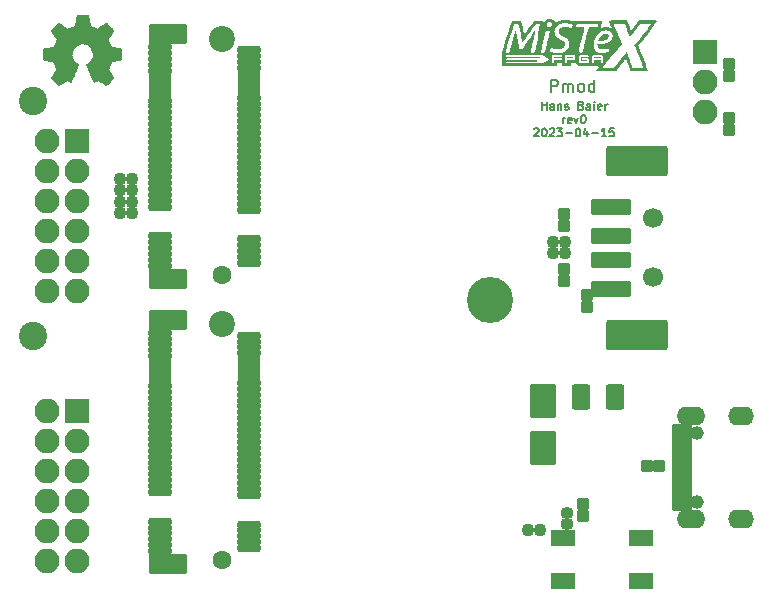
<source format=gbr>
%TF.GenerationSoftware,KiCad,Pcbnew,6.0.11-2627ca5db0~126~ubuntu22.04.1*%
%TF.CreationDate,2023-04-14T13:07:02+07:00*%
%TF.ProjectId,MiSTeX-Pmod,4d695354-6558-42d5-906d-6f642e6b6963,rev?*%
%TF.SameCoordinates,Original*%
%TF.FileFunction,Soldermask,Top*%
%TF.FilePolarity,Negative*%
%FSLAX46Y46*%
G04 Gerber Fmt 4.6, Leading zero omitted, Abs format (unit mm)*
G04 Created by KiCad (PCBNEW 6.0.11-2627ca5db0~126~ubuntu22.04.1) date 2023-04-14 13:07:02*
%MOMM*%
%LPD*%
G01*
G04 APERTURE LIST*
G04 Aperture macros list*
%AMRoundRect*
0 Rectangle with rounded corners*
0 $1 Rounding radius*
0 $2 $3 $4 $5 $6 $7 $8 $9 X,Y pos of 4 corners*
0 Add a 4 corners polygon primitive as box body*
4,1,4,$2,$3,$4,$5,$6,$7,$8,$9,$2,$3,0*
0 Add four circle primitives for the rounded corners*
1,1,$1+$1,$2,$3*
1,1,$1+$1,$4,$5*
1,1,$1+$1,$6,$7*
1,1,$1+$1,$8,$9*
0 Add four rect primitives between the rounded corners*
20,1,$1+$1,$2,$3,$4,$5,0*
20,1,$1+$1,$4,$5,$6,$7,0*
20,1,$1+$1,$6,$7,$8,$9,0*
20,1,$1+$1,$8,$9,$2,$3,0*%
G04 Aperture macros list end*
%ADD10C,0.000000*%
%ADD11C,0.150000*%
%ADD12C,0.010000*%
%ADD13C,2.400000*%
%ADD14RoundRect,0.200000X-0.850000X-0.500000X0.850000X-0.500000X0.850000X0.500000X-0.850000X0.500000X0*%
%ADD15RoundRect,0.200000X-0.300000X0.300000X-0.300000X-0.300000X0.300000X-0.300000X0.300000X0.300000X0*%
%ADD16C,2.200000*%
%ADD17C,1.600000*%
%ADD18RoundRect,0.200000X0.775000X-0.150000X0.775000X0.150000X-0.775000X0.150000X-0.775000X-0.150000X0*%
%ADD19RoundRect,0.200000X0.760000X-0.150000X0.760000X0.150000X-0.760000X0.150000X-0.760000X-0.150000X0*%
%ADD20RoundRect,0.200000X1.400000X-0.650000X1.400000X0.650000X-1.400000X0.650000X-1.400000X-0.650000X0*%
%ADD21RoundRect,0.335000X0.135000X0.185000X-0.135000X0.185000X-0.135000X-0.185000X0.135000X-0.185000X0*%
%ADD22RoundRect,0.200000X-0.900000X1.250000X-0.900000X-1.250000X0.900000X-1.250000X0.900000X1.250000X0*%
%ADD23RoundRect,0.200000X0.300000X-0.300000X0.300000X0.300000X-0.300000X0.300000X-0.300000X-0.300000X0*%
%ADD24C,1.700000*%
%ADD25RoundRect,0.200000X1.500000X-0.500000X1.500000X0.500000X-1.500000X0.500000X-1.500000X-0.500000X0*%
%ADD26RoundRect,0.200000X2.400000X-1.100000X2.400000X1.100000X-2.400000X1.100000X-2.400000X-1.100000X0*%
%ADD27C,1.150000*%
%ADD28O,2.200000X1.600000*%
%ADD29O,2.400000X1.600000*%
%ADD30RoundRect,0.200000X0.650000X-0.150000X0.650000X0.150000X-0.650000X0.150000X-0.650000X-0.150000X0*%
%ADD31RoundRect,0.200000X0.850000X0.850000X-0.850000X0.850000X-0.850000X-0.850000X0.850000X-0.850000X0*%
%ADD32O,2.100000X2.100000*%
%ADD33RoundRect,0.200000X0.595000X0.865000X-0.595000X0.865000X-0.595000X-0.865000X0.595000X-0.865000X0*%
%ADD34RoundRect,0.200000X-0.850000X-0.850000X0.850000X-0.850000X0.850000X0.850000X-0.850000X0.850000X0*%
%ADD35RoundRect,0.340000X0.170000X-0.140000X0.170000X0.140000X-0.170000X0.140000X-0.170000X-0.140000X0*%
%ADD36RoundRect,0.335000X-0.135000X-0.185000X0.135000X-0.185000X0.135000X0.185000X-0.135000X0.185000X0*%
%ADD37C,3.000000*%
%ADD38C,3.900000*%
%ADD39RoundRect,0.200000X0.300000X0.300000X-0.300000X0.300000X-0.300000X-0.300000X0.300000X-0.300000X0*%
G04 APERTURE END LIST*
D10*
G36*
X161621417Y-75736496D02*
G01*
X161869772Y-75740730D01*
X161869772Y-75839507D01*
X161612950Y-75843741D01*
X161354717Y-75846563D01*
X161354717Y-75799996D01*
X161354766Y-75794990D01*
X161354910Y-75790044D01*
X161355145Y-75785185D01*
X161355467Y-75780439D01*
X161355871Y-75775834D01*
X161356354Y-75771396D01*
X161356911Y-75767153D01*
X161357539Y-75763131D01*
X161358233Y-75759357D01*
X161358989Y-75755858D01*
X161359803Y-75752660D01*
X161360670Y-75749792D01*
X161361587Y-75747278D01*
X161362550Y-75745148D01*
X161363553Y-75743426D01*
X161364070Y-75742727D01*
X161364595Y-75742141D01*
X161366921Y-75741364D01*
X161371694Y-75740625D01*
X161388054Y-75739274D01*
X161444323Y-75737202D01*
X161524932Y-75736187D01*
X161621417Y-75736496D01*
G37*
G36*
X164600506Y-73791595D02*
G01*
X164620558Y-73792338D01*
X164640263Y-73793709D01*
X164659432Y-73795700D01*
X164677878Y-73798303D01*
X164695412Y-73801510D01*
X164711847Y-73805312D01*
X164726994Y-73809701D01*
X164740665Y-73814669D01*
X164752672Y-73820207D01*
X164765935Y-73827632D01*
X164778210Y-73835622D01*
X164789501Y-73844178D01*
X164799813Y-73853302D01*
X164809148Y-73862997D01*
X164817512Y-73873264D01*
X164824909Y-73884107D01*
X164831342Y-73895525D01*
X164836816Y-73907523D01*
X164841336Y-73920101D01*
X164844904Y-73933263D01*
X164847526Y-73947009D01*
X164849205Y-73961342D01*
X164849946Y-73976265D01*
X164849752Y-73991778D01*
X164848628Y-74007885D01*
X164845236Y-74035123D01*
X164839814Y-74061281D01*
X164832350Y-74086373D01*
X164822831Y-74110411D01*
X164811245Y-74133407D01*
X164797580Y-74155374D01*
X164781823Y-74176323D01*
X164763961Y-74196268D01*
X164743983Y-74215221D01*
X164721876Y-74233194D01*
X164697627Y-74250200D01*
X164671225Y-74266251D01*
X164642656Y-74281359D01*
X164611909Y-74295537D01*
X164578970Y-74308797D01*
X164543828Y-74321152D01*
X164525435Y-74326378D01*
X164501922Y-74331942D01*
X164442206Y-74343707D01*
X164370022Y-74355705D01*
X164290710Y-74367189D01*
X164209613Y-74377417D01*
X164132070Y-74385644D01*
X164063425Y-74391126D01*
X164009017Y-74393118D01*
X164001287Y-74393078D01*
X163994473Y-74392925D01*
X163988531Y-74392616D01*
X163983418Y-74392104D01*
X163981159Y-74391758D01*
X163979091Y-74391344D01*
X163977208Y-74390857D01*
X163975506Y-74390291D01*
X163973978Y-74389640D01*
X163972619Y-74388898D01*
X163971424Y-74388060D01*
X163970388Y-74387121D01*
X163969504Y-74386074D01*
X163968768Y-74384914D01*
X163968174Y-74383635D01*
X163967717Y-74382232D01*
X163967391Y-74380698D01*
X163967191Y-74379029D01*
X163967111Y-74377217D01*
X163967146Y-74375259D01*
X163967291Y-74373147D01*
X163967540Y-74370877D01*
X163968329Y-74365839D01*
X163969469Y-74360097D01*
X163970917Y-74353607D01*
X163975600Y-74336810D01*
X163982123Y-74317850D01*
X163990308Y-74297046D01*
X163999977Y-74274717D01*
X164010952Y-74251181D01*
X164023056Y-74226756D01*
X164036111Y-74201760D01*
X164049939Y-74176513D01*
X164064362Y-74151331D01*
X164079203Y-74126534D01*
X164094284Y-74102440D01*
X164109426Y-74079367D01*
X164124453Y-74057633D01*
X164139187Y-74037557D01*
X164153449Y-74019457D01*
X164167062Y-74003652D01*
X164184033Y-73985651D01*
X164201562Y-73968189D01*
X164219579Y-73951311D01*
X164238014Y-73935058D01*
X164256796Y-73919476D01*
X164275855Y-73904607D01*
X164295121Y-73890494D01*
X164314523Y-73877181D01*
X164333991Y-73864711D01*
X164353455Y-73853129D01*
X164372845Y-73842476D01*
X164392090Y-73832797D01*
X164411120Y-73824135D01*
X164429865Y-73816533D01*
X164448254Y-73810036D01*
X164466217Y-73804685D01*
X164483433Y-73800798D01*
X164501619Y-73797596D01*
X164520586Y-73795073D01*
X164540146Y-73793220D01*
X164560112Y-73792028D01*
X164580294Y-73791489D01*
X164600506Y-73791595D01*
G37*
G36*
X163921529Y-75736496D02*
G01*
X164169884Y-75740730D01*
X164174117Y-75792940D01*
X164178351Y-75846563D01*
X163654828Y-75846563D01*
X163654828Y-75799996D01*
X163654877Y-75794990D01*
X163655021Y-75790044D01*
X163655256Y-75785185D01*
X163655578Y-75780439D01*
X163655982Y-75775834D01*
X163656465Y-75771396D01*
X163657023Y-75767153D01*
X163657650Y-75763131D01*
X163658344Y-75759357D01*
X163659100Y-75755858D01*
X163659914Y-75752660D01*
X163660781Y-75749792D01*
X163661698Y-75747278D01*
X163662661Y-75745148D01*
X163663665Y-75743426D01*
X163664181Y-75742727D01*
X163664706Y-75742141D01*
X163667032Y-75741364D01*
X163671805Y-75740625D01*
X163688166Y-75739274D01*
X163744434Y-75737202D01*
X163825044Y-75736187D01*
X163921529Y-75736496D01*
G37*
G36*
X164002491Y-76611032D02*
G01*
X164009849Y-76600843D01*
X164016407Y-76591497D01*
X164022109Y-76583078D01*
X164026899Y-76575667D01*
X164030722Y-76569347D01*
X164033522Y-76564201D01*
X164035243Y-76560313D01*
X164035681Y-76558865D01*
X164035829Y-76557763D01*
X164031555Y-76553976D01*
X164018636Y-76550548D01*
X163966287Y-76544754D01*
X163877624Y-76540350D01*
X163751490Y-76537302D01*
X163382175Y-76535141D01*
X162849084Y-76538007D01*
X162762424Y-76538272D01*
X162683653Y-76538008D01*
X162613117Y-76537214D01*
X162551163Y-76535891D01*
X162498139Y-76534039D01*
X162454392Y-76531657D01*
X162420268Y-76528747D01*
X162406925Y-76527093D01*
X162396117Y-76525307D01*
X162375696Y-76520331D01*
X162355715Y-76514402D01*
X162336186Y-76507526D01*
X162317117Y-76499709D01*
X162298519Y-76490958D01*
X162280403Y-76481279D01*
X162262779Y-76470678D01*
X162245657Y-76459162D01*
X162229048Y-76446736D01*
X162212962Y-76433406D01*
X162197409Y-76419180D01*
X162182400Y-76404062D01*
X162167944Y-76388060D01*
X162154053Y-76371179D01*
X162140737Y-76353427D01*
X162128006Y-76334807D01*
X162074383Y-76250141D01*
X161865539Y-76254374D01*
X161823617Y-76255151D01*
X161784158Y-76256358D01*
X161748039Y-76257896D01*
X161716138Y-76259666D01*
X161689329Y-76261567D01*
X161668491Y-76263502D01*
X161660584Y-76264451D01*
X161654498Y-76265371D01*
X161650343Y-76266249D01*
X161648228Y-76267074D01*
X161647170Y-76268782D01*
X161646117Y-76271740D01*
X161644039Y-76281119D01*
X161642027Y-76294632D01*
X161640114Y-76311700D01*
X161638334Y-76331745D01*
X161636719Y-76354188D01*
X161635302Y-76378450D01*
X161634117Y-76403952D01*
X161629884Y-76530952D01*
X160924328Y-76530952D01*
X160920095Y-76394074D01*
X160915861Y-76255785D01*
X160705606Y-76255785D01*
X160625925Y-76255479D01*
X160594341Y-76255571D01*
X160567692Y-76256248D01*
X160545549Y-76257826D01*
X160536033Y-76259052D01*
X160527483Y-76260622D01*
X160519847Y-76262575D01*
X160513069Y-76264951D01*
X160507097Y-76267790D01*
X160501877Y-76271131D01*
X160497355Y-76275013D01*
X160493479Y-76279477D01*
X160490195Y-76284561D01*
X160487449Y-76290305D01*
X160485187Y-76296749D01*
X160483357Y-76303932D01*
X160481905Y-76311894D01*
X160480776Y-76320674D01*
X160479279Y-76340848D01*
X160478436Y-76364769D01*
X160477006Y-76425119D01*
X160472773Y-76530952D01*
X158168428Y-76535185D01*
X155865494Y-76538007D01*
X155865494Y-75902755D01*
X156116129Y-75902755D01*
X156116169Y-75905410D01*
X156117014Y-75911047D01*
X156125139Y-75938285D01*
X156133606Y-75973563D01*
X158775206Y-75973563D01*
X158893739Y-76039885D01*
X158917469Y-76053927D01*
X158939644Y-76067292D01*
X158959769Y-76079697D01*
X158977347Y-76090862D01*
X158985027Y-76095891D01*
X158991883Y-76100505D01*
X158997855Y-76104669D01*
X159002880Y-76108346D01*
X159006896Y-76111503D01*
X159009842Y-76114104D01*
X159010893Y-76115184D01*
X159011654Y-76116113D01*
X159012117Y-76116885D01*
X159012272Y-76117496D01*
X158898458Y-76122479D01*
X158588586Y-76126668D01*
X157570117Y-76131607D01*
X157110230Y-76133112D01*
X156922302Y-76133858D01*
X156759896Y-76134650D01*
X156621146Y-76135524D01*
X156504185Y-76136519D01*
X156407146Y-76137670D01*
X156365514Y-76138316D01*
X156328163Y-76139016D01*
X156294859Y-76139773D01*
X156265368Y-76140593D01*
X156239459Y-76141480D01*
X156216897Y-76142439D01*
X156197449Y-76143474D01*
X156180882Y-76144590D01*
X156166962Y-76145793D01*
X156155456Y-76147085D01*
X156146131Y-76148473D01*
X156138753Y-76149961D01*
X156135721Y-76150743D01*
X156133089Y-76151553D01*
X156130827Y-76152389D01*
X156128906Y-76153254D01*
X156127297Y-76154146D01*
X156125971Y-76155068D01*
X156124898Y-76156020D01*
X156124050Y-76157001D01*
X156123397Y-76158013D01*
X156122910Y-76159057D01*
X156122317Y-76161241D01*
X156121837Y-76164030D01*
X156121454Y-76167089D01*
X156121166Y-76170387D01*
X156120972Y-76173897D01*
X156120853Y-76181432D01*
X156121082Y-76189463D01*
X156121641Y-76197759D01*
X156122515Y-76206088D01*
X156123686Y-76214218D01*
X156125139Y-76221918D01*
X156133606Y-76255785D01*
X159302961Y-76255785D01*
X159428550Y-76183818D01*
X159481864Y-76153105D01*
X159532267Y-76124375D01*
X159602117Y-76085041D01*
X159672102Y-76044515D01*
X159701543Y-76027395D01*
X159727551Y-76012192D01*
X159750327Y-75998776D01*
X159770069Y-75987013D01*
X159786980Y-75976771D01*
X159801260Y-75967918D01*
X159813109Y-75960323D01*
X159818184Y-75956955D01*
X159822727Y-75953851D01*
X159826762Y-75950996D01*
X159830315Y-75948372D01*
X159833411Y-75945963D01*
X159836075Y-75943753D01*
X159838331Y-75941725D01*
X159840205Y-75939862D01*
X159841722Y-75938147D01*
X159842907Y-75936565D01*
X159843785Y-75935099D01*
X159844381Y-75933732D01*
X159844720Y-75932448D01*
X159844828Y-75931229D01*
X159844706Y-75929519D01*
X159844348Y-75927829D01*
X159843764Y-75926157D01*
X159842964Y-75924502D01*
X159841959Y-75922865D01*
X159840760Y-75921245D01*
X159837819Y-75918050D01*
X159834225Y-75914913D01*
X159830062Y-75911827D01*
X159825414Y-75908788D01*
X159820364Y-75905790D01*
X159775552Y-75882596D01*
X159768227Y-75878485D01*
X159765879Y-75877158D01*
X159763747Y-75875910D01*
X159761336Y-75874433D01*
X159758150Y-75872420D01*
X159747468Y-75865565D01*
X159713142Y-75843068D01*
X159699515Y-75834657D01*
X160016146Y-75834657D01*
X160016984Y-75955219D01*
X160018546Y-76058682D01*
X160019504Y-76100586D01*
X160020754Y-76136546D01*
X160021529Y-76152439D01*
X160022425Y-76167016D01*
X160023460Y-76180334D01*
X160024648Y-76192451D01*
X160026008Y-76203422D01*
X160027554Y-76213304D01*
X160029303Y-76222156D01*
X160031271Y-76230032D01*
X160033475Y-76236991D01*
X160035931Y-76243089D01*
X160038656Y-76248383D01*
X160041664Y-76252930D01*
X160044974Y-76256786D01*
X160048600Y-76260009D01*
X160052560Y-76262655D01*
X160056870Y-76264781D01*
X160061545Y-76266444D01*
X160066602Y-76267701D01*
X160072058Y-76268609D01*
X160077929Y-76269224D01*
X160084230Y-76269603D01*
X160090979Y-76269804D01*
X160105884Y-76269896D01*
X160119161Y-76269689D01*
X160131008Y-76268965D01*
X160141516Y-76267571D01*
X160150775Y-76265354D01*
X160154964Y-76263890D01*
X160158876Y-76262162D01*
X160162521Y-76260152D01*
X160165911Y-76257841D01*
X160169057Y-76255210D01*
X160171970Y-76252239D01*
X160174663Y-76248909D01*
X160177145Y-76245202D01*
X160179429Y-76241098D01*
X160181526Y-76236577D01*
X160183447Y-76231622D01*
X160185204Y-76226212D01*
X160188270Y-76213954D01*
X160190815Y-76199649D01*
X160192930Y-76183145D01*
X160194706Y-76164289D01*
X160196235Y-76142927D01*
X160197606Y-76118907D01*
X160204661Y-75994729D01*
X160550384Y-75987674D01*
X160896106Y-75980618D01*
X160896106Y-75935463D01*
X161168450Y-75935463D01*
X161169126Y-76017412D01*
X161170148Y-76085173D01*
X161170815Y-76114095D01*
X161171600Y-76139903D01*
X161172514Y-76162743D01*
X161173565Y-76182760D01*
X161174766Y-76200098D01*
X161176126Y-76214901D01*
X161177655Y-76227316D01*
X161179364Y-76237485D01*
X161181263Y-76245554D01*
X161182288Y-76248846D01*
X161183363Y-76251667D01*
X161184492Y-76254036D01*
X161185674Y-76255970D01*
X161186912Y-76257488D01*
X161188206Y-76258607D01*
X161190329Y-76259744D01*
X161192970Y-76260776D01*
X161199666Y-76262526D01*
X161208006Y-76263872D01*
X161217707Y-76264825D01*
X161228482Y-76265398D01*
X161240047Y-76265602D01*
X161252117Y-76265451D01*
X161264406Y-76264957D01*
X161276628Y-76264132D01*
X161288499Y-76262989D01*
X161299734Y-76261540D01*
X161310046Y-76259798D01*
X161319152Y-76257774D01*
X161326765Y-76255482D01*
X161332600Y-76252933D01*
X161334762Y-76251567D01*
X161336372Y-76250141D01*
X161337927Y-76247793D01*
X161339415Y-76243931D01*
X161342193Y-76231686D01*
X161344707Y-76213455D01*
X161346956Y-76189287D01*
X161348940Y-76159232D01*
X161350660Y-76123339D01*
X161352115Y-76081659D01*
X161353306Y-76034241D01*
X161354717Y-75989085D01*
X161673628Y-75984852D01*
X161800645Y-75982969D01*
X161851583Y-75981723D01*
X161894952Y-75979847D01*
X161913988Y-75978572D01*
X161931359Y-75977019D01*
X161947142Y-75975149D01*
X161961412Y-75972921D01*
X161974246Y-75970295D01*
X161985719Y-75967230D01*
X161995907Y-75963688D01*
X162004886Y-75959628D01*
X162012733Y-75955010D01*
X162019523Y-75949793D01*
X162022541Y-75946752D01*
X162321328Y-75946752D01*
X162321791Y-76057287D01*
X162323486Y-76101750D01*
X162327149Y-76139677D01*
X162329951Y-76156346D01*
X162333524Y-76171568D01*
X162337961Y-76185407D01*
X162343355Y-76197924D01*
X162349799Y-76209182D01*
X162357386Y-76219244D01*
X162366209Y-76228173D01*
X162376361Y-76236030D01*
X162387936Y-76242878D01*
X162401026Y-76248780D01*
X162415723Y-76253798D01*
X162432122Y-76257995D01*
X162450316Y-76261434D01*
X162470396Y-76264177D01*
X162516591Y-76267824D01*
X162571450Y-76269437D01*
X162635719Y-76269516D01*
X162795461Y-76267074D01*
X163118606Y-76262841D01*
X163156706Y-76223330D01*
X163169342Y-76210608D01*
X163174500Y-76204701D01*
X163178953Y-76198812D01*
X163182752Y-76192723D01*
X163185950Y-76186222D01*
X163188599Y-76179092D01*
X163190749Y-76171119D01*
X163192452Y-76162087D01*
X163193761Y-76151782D01*
X163194727Y-76139989D01*
X163195401Y-76126492D01*
X163196082Y-76093529D01*
X163196217Y-76051174D01*
X163196178Y-76029863D01*
X163196038Y-76010800D01*
X163195761Y-75993816D01*
X163195313Y-75978744D01*
X163194658Y-75965417D01*
X163194539Y-75963685D01*
X163471384Y-75963685D01*
X163471403Y-76069215D01*
X163471672Y-76111416D01*
X163472332Y-76147262D01*
X163472859Y-76162964D01*
X163473546Y-76177271D01*
X163474411Y-76190248D01*
X163475477Y-76201959D01*
X163476762Y-76212469D01*
X163478288Y-76221844D01*
X163480075Y-76230146D01*
X163482144Y-76237441D01*
X163484514Y-76243793D01*
X163487206Y-76249268D01*
X163490241Y-76253929D01*
X163493639Y-76257841D01*
X163497421Y-76261069D01*
X163501606Y-76263678D01*
X163506216Y-76265731D01*
X163511270Y-76267295D01*
X163516789Y-76268432D01*
X163522794Y-76269208D01*
X163529305Y-76269687D01*
X163536342Y-76269935D01*
X163570162Y-76269896D01*
X163582972Y-76269591D01*
X163594462Y-76268582D01*
X163604699Y-76266724D01*
X163609369Y-76265433D01*
X163613752Y-76263877D01*
X163617855Y-76262037D01*
X163621688Y-76259897D01*
X163625259Y-76257437D01*
X163628577Y-76254641D01*
X163631649Y-76251491D01*
X163634485Y-76247968D01*
X163637093Y-76244055D01*
X163639482Y-76239734D01*
X163641660Y-76234987D01*
X163643636Y-76229796D01*
X163647015Y-76218013D01*
X163649686Y-76204241D01*
X163651719Y-76188338D01*
X163653182Y-76170162D01*
X163654142Y-76149569D01*
X163654668Y-76126417D01*
X163654828Y-76100563D01*
X163654828Y-75987674D01*
X163913062Y-75990496D01*
X164169884Y-75994729D01*
X164174117Y-76124552D01*
X164174446Y-76137886D01*
X164174897Y-76150856D01*
X164175460Y-76163396D01*
X164176124Y-76175440D01*
X164176879Y-76186922D01*
X164177714Y-76197775D01*
X164178620Y-76207934D01*
X164179585Y-76217332D01*
X164180601Y-76225904D01*
X164181655Y-76233582D01*
X164182738Y-76240301D01*
X164183840Y-76245995D01*
X164184951Y-76250598D01*
X164186059Y-76254043D01*
X164186609Y-76255311D01*
X164187155Y-76256265D01*
X164187695Y-76256896D01*
X164188228Y-76257196D01*
X164222828Y-76260900D01*
X164237658Y-76262356D01*
X164250978Y-76263546D01*
X164262894Y-76264472D01*
X164273507Y-76265134D01*
X164282921Y-76265531D01*
X164291239Y-76265663D01*
X164298566Y-76265531D01*
X164305003Y-76265134D01*
X164307921Y-76264836D01*
X164310655Y-76264472D01*
X164313219Y-76264042D01*
X164315625Y-76263546D01*
X164317887Y-76262984D01*
X164320016Y-76262356D01*
X164322027Y-76261661D01*
X164323932Y-76260900D01*
X164325744Y-76260074D01*
X164327476Y-76259181D01*
X164329140Y-76258222D01*
X164330751Y-76257196D01*
X164333282Y-76254724D01*
X164335593Y-76250910D01*
X164337693Y-76245603D01*
X164339592Y-76238653D01*
X164342830Y-76219220D01*
X164345391Y-76191403D01*
X164347356Y-76153995D01*
X164348808Y-76105789D01*
X164350506Y-75972152D01*
X164350316Y-75916463D01*
X164349778Y-75863452D01*
X164348943Y-75814345D01*
X164347860Y-75770363D01*
X164346579Y-75732732D01*
X164345148Y-75702674D01*
X164343618Y-75681413D01*
X164342832Y-75674465D01*
X164342039Y-75670174D01*
X164340787Y-75666936D01*
X164339162Y-75663587D01*
X164337190Y-75660147D01*
X164334895Y-75656636D01*
X164332303Y-75653076D01*
X164329438Y-75649487D01*
X164326325Y-75645889D01*
X164322989Y-75642305D01*
X164319454Y-75638753D01*
X164315746Y-75635254D01*
X164311889Y-75631831D01*
X164307908Y-75628502D01*
X164303827Y-75625289D01*
X164299673Y-75622213D01*
X164295468Y-75619293D01*
X164291239Y-75616551D01*
X164276819Y-75609444D01*
X164268196Y-75606478D01*
X164258166Y-75603874D01*
X164232502Y-75599660D01*
X164197047Y-75596620D01*
X164149026Y-75594572D01*
X164085658Y-75593335D01*
X163901773Y-75592563D01*
X163553228Y-75592563D01*
X163471384Y-75674407D01*
X163471384Y-75963685D01*
X163194539Y-75963685D01*
X163194242Y-75959355D01*
X163193761Y-75953667D01*
X163193211Y-75948331D01*
X163192587Y-75943326D01*
X163191886Y-75938632D01*
X163191102Y-75934228D01*
X163190231Y-75930093D01*
X163189269Y-75926205D01*
X163188211Y-75922544D01*
X163187053Y-75919089D01*
X163185791Y-75915819D01*
X163184420Y-75912713D01*
X163182936Y-75909750D01*
X163181334Y-75906910D01*
X163179611Y-75904171D01*
X163177761Y-75901512D01*
X163175780Y-75898912D01*
X163173664Y-75896352D01*
X163171409Y-75893808D01*
X163169010Y-75891261D01*
X163163762Y-75886074D01*
X163152635Y-75875766D01*
X163146848Y-75871551D01*
X163140368Y-75867906D01*
X163132789Y-75864790D01*
X163123702Y-75862162D01*
X163112702Y-75859981D01*
X163099380Y-75858205D01*
X163064143Y-75855702D01*
X163014735Y-75854324D01*
X162947897Y-75853740D01*
X162860373Y-75853618D01*
X162589439Y-75853618D01*
X162589439Y-75980618D01*
X162801106Y-75987674D01*
X163012773Y-75994729D01*
X163017006Y-76055407D01*
X163021239Y-76114674D01*
X162763006Y-76111852D01*
X162504773Y-76107618D01*
X162504773Y-75740730D01*
X162843439Y-75733674D01*
X163182106Y-75726618D01*
X163186339Y-75688518D01*
X163186980Y-75682890D01*
X163187298Y-75677621D01*
X163187269Y-75672674D01*
X163187117Y-75670310D01*
X163186868Y-75668013D01*
X163186521Y-75665778D01*
X163186071Y-75663600D01*
X163185515Y-75661475D01*
X163184851Y-75659398D01*
X163184075Y-75657364D01*
X163183185Y-75655369D01*
X163182177Y-75653408D01*
X163181048Y-75651477D01*
X163179795Y-75649570D01*
X163178414Y-75647684D01*
X163176904Y-75645813D01*
X163175260Y-75643953D01*
X163173480Y-75642099D01*
X163171560Y-75640246D01*
X163167290Y-75636528D01*
X163162424Y-75632760D01*
X163156938Y-75628905D01*
X163150807Y-75624926D01*
X163144006Y-75620785D01*
X163127858Y-75611875D01*
X163119297Y-75608225D01*
X163109809Y-75605065D01*
X163098939Y-75602359D01*
X163086236Y-75600073D01*
X163053518Y-75596620D01*
X163008035Y-75594423D01*
X162946164Y-75593202D01*
X162758772Y-75592563D01*
X162693045Y-75592909D01*
X162634719Y-75593475D01*
X162583326Y-75594352D01*
X162538397Y-75595628D01*
X162518209Y-75596443D01*
X162499462Y-75597391D01*
X162482096Y-75598484D01*
X162466052Y-75599731D01*
X162451273Y-75601146D01*
X162437699Y-75602737D01*
X162425271Y-75604518D01*
X162413932Y-75606498D01*
X162403622Y-75608689D01*
X162394283Y-75611101D01*
X162385856Y-75613747D01*
X162378282Y-75616637D01*
X162371503Y-75619783D01*
X162365461Y-75623194D01*
X162360095Y-75626884D01*
X162355349Y-75630861D01*
X162351163Y-75635139D01*
X162347478Y-75639727D01*
X162344236Y-75644638D01*
X162341378Y-75649881D01*
X162338846Y-75655469D01*
X162336581Y-75661411D01*
X162334524Y-75667721D01*
X162332617Y-75674407D01*
X162331327Y-75679543D01*
X162330106Y-75686920D01*
X162327877Y-75707833D01*
X162325945Y-75736022D01*
X162324327Y-75770363D01*
X162322100Y-75853001D01*
X162321328Y-75946752D01*
X162022541Y-75946752D01*
X162025332Y-75943939D01*
X162030237Y-75937406D01*
X162034312Y-75930155D01*
X162037635Y-75922145D01*
X162040280Y-75913337D01*
X162042325Y-75903691D01*
X162043844Y-75893166D01*
X162044915Y-75881722D01*
X162046012Y-75855920D01*
X162046161Y-75791530D01*
X162046117Y-75768341D01*
X162045935Y-75747837D01*
X162045547Y-75729794D01*
X162044882Y-75713984D01*
X162044424Y-75706847D01*
X162043870Y-75700184D01*
X162043212Y-75693967D01*
X162042441Y-75688168D01*
X162041547Y-75682759D01*
X162040523Y-75677711D01*
X162039359Y-75672996D01*
X162038047Y-75668586D01*
X162036578Y-75664454D01*
X162034943Y-75660570D01*
X162033134Y-75656907D01*
X162031141Y-75653436D01*
X162028955Y-75650130D01*
X162026569Y-75646960D01*
X162023973Y-75643898D01*
X162021158Y-75640915D01*
X162018116Y-75637985D01*
X162014838Y-75635078D01*
X162011315Y-75632166D01*
X162007538Y-75629221D01*
X161999187Y-75623121D01*
X161989717Y-75616551D01*
X161983847Y-75612794D01*
X161977091Y-75609444D01*
X161969058Y-75606478D01*
X161959356Y-75603874D01*
X161933385Y-75599660D01*
X161896054Y-75596620D01*
X161844237Y-75594572D01*
X161774809Y-75593335D01*
X161570617Y-75592563D01*
X161477823Y-75592767D01*
X161398175Y-75593401D01*
X161331326Y-75594498D01*
X161276929Y-75596091D01*
X161254292Y-75597084D01*
X161234637Y-75598213D01*
X161217922Y-75599483D01*
X161204103Y-75600897D01*
X161193136Y-75602461D01*
X161184978Y-75604177D01*
X161181940Y-75605094D01*
X161179587Y-75606051D01*
X161177914Y-75607047D01*
X161176917Y-75608085D01*
X161175338Y-75617522D01*
X161173808Y-75638600D01*
X161171096Y-75710391D01*
X161169178Y-75812873D01*
X161168450Y-75935463D01*
X160896106Y-75935463D01*
X160896106Y-75853618D01*
X160553206Y-75849385D01*
X160430806Y-75847897D01*
X160381405Y-75847041D01*
X160339180Y-75845945D01*
X160320596Y-75845269D01*
X160303610Y-75844486D01*
X160288159Y-75843581D01*
X160274178Y-75842539D01*
X160261601Y-75841344D01*
X160250364Y-75839980D01*
X160240401Y-75838432D01*
X160231649Y-75836685D01*
X160224042Y-75834723D01*
X160217515Y-75832530D01*
X160214636Y-75831343D01*
X160212003Y-75830092D01*
X160209608Y-75828775D01*
X160207442Y-75827392D01*
X160205498Y-75825939D01*
X160203767Y-75824415D01*
X160202241Y-75822817D01*
X160200913Y-75821145D01*
X160199773Y-75819396D01*
X160198814Y-75817567D01*
X160198028Y-75815658D01*
X160197407Y-75813666D01*
X160196943Y-75811590D01*
X160196626Y-75809426D01*
X160196407Y-75804832D01*
X160196684Y-75799867D01*
X160197393Y-75794517D01*
X160198469Y-75788766D01*
X160199847Y-75782599D01*
X160203250Y-75768952D01*
X160211717Y-75733674D01*
X160540506Y-75733674D01*
X160622904Y-75733467D01*
X160692751Y-75732814D01*
X160750725Y-75731665D01*
X160775472Y-75730889D01*
X160797504Y-75729970D01*
X160816908Y-75728902D01*
X160833766Y-75727679D01*
X160848165Y-75726295D01*
X160860189Y-75724744D01*
X160869922Y-75723019D01*
X160877450Y-75721114D01*
X160880413Y-75720093D01*
X160882857Y-75719024D01*
X160884792Y-75717906D01*
X160886228Y-75716740D01*
X160888523Y-75714202D01*
X160890645Y-75711364D01*
X160892596Y-75708249D01*
X160894378Y-75704881D01*
X160895991Y-75701283D01*
X160897437Y-75697477D01*
X160898717Y-75693486D01*
X160899832Y-75689334D01*
X160900784Y-75685044D01*
X160901574Y-75680638D01*
X160902673Y-75671571D01*
X160903140Y-75662319D01*
X160902985Y-75653064D01*
X160902218Y-75643992D01*
X160900849Y-75635285D01*
X160898889Y-75627128D01*
X160897691Y-75623313D01*
X160896348Y-75619705D01*
X160894863Y-75616326D01*
X160893237Y-75613199D01*
X160891471Y-75610348D01*
X160889566Y-75607796D01*
X160887523Y-75605565D01*
X160885345Y-75603678D01*
X160883031Y-75602159D01*
X160880584Y-75601030D01*
X160867647Y-75599450D01*
X160839529Y-75597921D01*
X160744764Y-75595209D01*
X160610312Y-75593291D01*
X160450195Y-75592563D01*
X160042384Y-75592563D01*
X160026861Y-75630663D01*
X160023890Y-75644377D01*
X160021349Y-75667087D01*
X160019271Y-75698132D01*
X160017689Y-75736849D01*
X160016636Y-75782578D01*
X160016146Y-75834657D01*
X159699515Y-75834657D01*
X159636285Y-75795628D01*
X159517651Y-75725136D01*
X159357994Y-75633485D01*
X159343894Y-75625310D01*
X159330390Y-75617831D01*
X159323964Y-75614403D01*
X159317811Y-75611210D01*
X159311972Y-75608275D01*
X159306489Y-75605616D01*
X159301403Y-75603254D01*
X159296755Y-75601211D01*
X159292586Y-75599507D01*
X159288938Y-75598163D01*
X159285853Y-75597199D01*
X159283371Y-75596636D01*
X159282370Y-75596512D01*
X159281534Y-75596495D01*
X159280871Y-75596589D01*
X159280384Y-75596796D01*
X157704172Y-75602441D01*
X156133606Y-75606674D01*
X156125139Y-75641952D01*
X156116829Y-75669195D01*
X156116293Y-75680049D01*
X156121633Y-75689246D01*
X156135448Y-75696930D01*
X156160337Y-75703244D01*
X156253726Y-75712331D01*
X156422588Y-75717647D01*
X156687709Y-75720335D01*
X157589872Y-75722385D01*
X159047550Y-75726618D01*
X158934661Y-75792940D01*
X158821772Y-75860674D01*
X157476984Y-75860674D01*
X156997084Y-75860594D01*
X156805979Y-75860702D01*
X156644251Y-75861093D01*
X156509511Y-75861906D01*
X156451514Y-75862514D01*
X156399369Y-75863279D01*
X156352775Y-75864218D01*
X156311435Y-75865350D01*
X156275049Y-75866691D01*
X156243319Y-75868259D01*
X156215947Y-75870070D01*
X156192634Y-75872143D01*
X156173080Y-75874494D01*
X156156988Y-75877142D01*
X156150147Y-75878582D01*
X156144059Y-75880102D01*
X156138686Y-75881705D01*
X156133993Y-75883393D01*
X156129941Y-75885167D01*
X156126492Y-75887031D01*
X156123611Y-75888986D01*
X156121258Y-75891035D01*
X156119398Y-75893179D01*
X156117992Y-75895421D01*
X156117004Y-75897763D01*
X156116395Y-75900207D01*
X156116129Y-75902755D01*
X155865494Y-75902755D01*
X155865494Y-75663118D01*
X155830217Y-75640541D01*
X155822511Y-75634954D01*
X155815802Y-75629183D01*
X155810094Y-75623044D01*
X155805390Y-75616353D01*
X155801695Y-75608927D01*
X155799012Y-75600580D01*
X155797347Y-75591130D01*
X155796703Y-75580392D01*
X155797084Y-75568182D01*
X155798494Y-75554317D01*
X155800938Y-75538612D01*
X155804420Y-75520883D01*
X155808943Y-75500946D01*
X155814513Y-75478618D01*
X155828806Y-75426052D01*
X155845408Y-75367160D01*
X155852457Y-75341233D01*
X156124199Y-75341233D01*
X156124509Y-75344643D01*
X156124783Y-75345968D01*
X156125139Y-75347029D01*
X156126554Y-75349809D01*
X156128722Y-75352335D01*
X156131700Y-75354617D01*
X156135546Y-75356665D01*
X156140318Y-75358490D01*
X156146074Y-75360102D01*
X156152872Y-75361511D01*
X156160769Y-75362728D01*
X156169825Y-75363763D01*
X156180095Y-75364627D01*
X156204514Y-75365881D01*
X156234489Y-75366573D01*
X156270483Y-75366785D01*
X156335519Y-75366658D01*
X156361786Y-75366208D01*
X156384364Y-75365242D01*
X156394382Y-75364504D01*
X156403610Y-75363564D01*
X156412096Y-75362398D01*
X156419882Y-75360981D01*
X156427014Y-75359289D01*
X156433537Y-75357298D01*
X156439494Y-75354984D01*
X156444932Y-75352321D01*
X156449894Y-75349287D01*
X156454426Y-75345856D01*
X156458571Y-75342005D01*
X156462375Y-75337709D01*
X156465883Y-75332943D01*
X156469138Y-75327684D01*
X156472187Y-75321907D01*
X156475072Y-75315588D01*
X156477840Y-75308703D01*
X156480535Y-75301227D01*
X156485885Y-75284406D01*
X156497672Y-75242607D01*
X156540535Y-75091442D01*
X156599272Y-74879952D01*
X156687709Y-74569573D01*
X156778660Y-74259592D01*
X156870933Y-73954638D01*
X156963339Y-73659341D01*
X157014139Y-73497063D01*
X157031072Y-73581729D01*
X157199876Y-74447975D01*
X157263046Y-74781681D01*
X157297772Y-74974496D01*
X157306239Y-75028118D01*
X157594106Y-75028118D01*
X157705583Y-74854552D01*
X157955306Y-74475095D01*
X158244981Y-74040341D01*
X158488618Y-73678611D01*
X158566301Y-73565231D01*
X158600228Y-73518229D01*
X158602030Y-73527697D01*
X158598773Y-73563217D01*
X158579061Y-73701123D01*
X158500745Y-74165400D01*
X158397028Y-74730484D01*
X158299661Y-75215796D01*
X158295174Y-75238393D01*
X158291283Y-75260312D01*
X158288053Y-75281008D01*
X158285550Y-75299934D01*
X158283841Y-75316545D01*
X158283305Y-75323811D01*
X158282992Y-75330295D01*
X158282911Y-75335926D01*
X158283070Y-75340638D01*
X158283476Y-75344362D01*
X158284139Y-75347029D01*
X158285545Y-75350041D01*
X158287714Y-75352737D01*
X158290746Y-75355131D01*
X158294744Y-75357238D01*
X158299809Y-75359072D01*
X158306042Y-75360647D01*
X158313543Y-75361979D01*
X158322415Y-75363081D01*
X158344676Y-75364655D01*
X158373634Y-75365484D01*
X158410100Y-75365685D01*
X158454884Y-75365374D01*
X158487507Y-75365120D01*
X158518229Y-75364404D01*
X158546338Y-75363290D01*
X158571124Y-75361846D01*
X158591874Y-75360137D01*
X158600514Y-75359205D01*
X158607879Y-75358230D01*
X158613879Y-75357223D01*
X158618426Y-75356191D01*
X158621431Y-75355142D01*
X158622328Y-75354614D01*
X158622806Y-75354085D01*
X158626476Y-75343017D01*
X159116033Y-75343017D01*
X159116208Y-75346652D01*
X159116566Y-75349802D01*
X159117102Y-75352487D01*
X159117813Y-75354730D01*
X159118697Y-75356554D01*
X159119748Y-75357980D01*
X159120963Y-75359032D01*
X159122339Y-75359730D01*
X159130476Y-75361682D01*
X159143313Y-75363310D01*
X159180327Y-75365617D01*
X159227858Y-75366700D01*
X159280384Y-75366609D01*
X159332380Y-75365393D01*
X159378323Y-75363103D01*
X159397300Y-75361570D01*
X159412692Y-75359787D01*
X159423809Y-75357760D01*
X159429961Y-75355496D01*
X159437957Y-75347440D01*
X159447093Y-75328883D01*
X159458908Y-75293956D01*
X159474940Y-75236786D01*
X159477244Y-75227522D01*
X159849867Y-75227522D01*
X159849927Y-75230495D01*
X159850472Y-75232730D01*
X159852845Y-75237476D01*
X159856487Y-75242443D01*
X159867372Y-75252959D01*
X159882706Y-75264120D01*
X159902066Y-75275768D01*
X159925031Y-75287748D01*
X159951179Y-75299901D01*
X159980089Y-75312070D01*
X160011339Y-75324099D01*
X160044507Y-75335830D01*
X160079172Y-75347107D01*
X160114911Y-75357771D01*
X160151304Y-75367667D01*
X160187928Y-75376637D01*
X160224362Y-75384523D01*
X160260184Y-75391169D01*
X160294973Y-75396418D01*
X160328857Y-75400225D01*
X160365627Y-75403193D01*
X160445873Y-75406693D01*
X160531808Y-75407084D01*
X160619528Y-75404532D01*
X160705132Y-75399202D01*
X160784716Y-75391259D01*
X160821032Y-75386359D01*
X160854379Y-75380869D01*
X160884270Y-75374807D01*
X160910217Y-75368196D01*
X160947714Y-75356787D01*
X160983052Y-75345255D01*
X161016384Y-75333507D01*
X161047866Y-75321453D01*
X161077654Y-75309002D01*
X161105901Y-75296064D01*
X161132764Y-75282547D01*
X161158396Y-75268360D01*
X161182954Y-75253412D01*
X161206592Y-75237613D01*
X161229465Y-75220871D01*
X161251728Y-75203096D01*
X161273536Y-75184196D01*
X161295045Y-75164081D01*
X161316409Y-75142659D01*
X161337783Y-75119840D01*
X161361420Y-75092816D01*
X161383143Y-75065634D01*
X161402989Y-75038171D01*
X161420995Y-75010303D01*
X161437199Y-74981906D01*
X161451637Y-74952855D01*
X161464347Y-74923028D01*
X161475367Y-74892299D01*
X161484733Y-74860545D01*
X161492482Y-74827641D01*
X161498652Y-74793465D01*
X161503280Y-74757890D01*
X161506404Y-74720795D01*
X161508059Y-74682054D01*
X161508285Y-74641544D01*
X161507117Y-74599140D01*
X161505298Y-74558654D01*
X161504178Y-74540756D01*
X161502884Y-74524219D01*
X161501391Y-74508889D01*
X161499675Y-74494614D01*
X161497712Y-74481239D01*
X161495475Y-74468613D01*
X161492941Y-74456582D01*
X161490084Y-74444993D01*
X161486880Y-74433694D01*
X161483304Y-74422531D01*
X161479332Y-74411352D01*
X161474937Y-74400003D01*
X161470096Y-74388332D01*
X161464784Y-74376185D01*
X161450690Y-74347434D01*
X161435707Y-74320272D01*
X161419509Y-74294438D01*
X161401769Y-74269668D01*
X161382160Y-74245700D01*
X161360356Y-74222272D01*
X161336030Y-74199120D01*
X161308856Y-74175984D01*
X161278507Y-74152599D01*
X161244656Y-74128703D01*
X161206977Y-74104035D01*
X161165143Y-74078330D01*
X161118828Y-74051328D01*
X161067705Y-74022765D01*
X160949728Y-73959907D01*
X160917613Y-73942843D01*
X160887873Y-73926515D01*
X160860403Y-73910831D01*
X160835097Y-73895702D01*
X160811850Y-73881035D01*
X160790556Y-73866741D01*
X160771110Y-73852727D01*
X160753407Y-73838904D01*
X160737341Y-73825181D01*
X160722806Y-73811465D01*
X160709698Y-73797667D01*
X160697911Y-73783695D01*
X160687339Y-73769458D01*
X160677877Y-73754866D01*
X160669419Y-73739828D01*
X160661861Y-73724252D01*
X160656588Y-73711006D01*
X160651887Y-73696275D01*
X160647769Y-73680257D01*
X160644244Y-73663155D01*
X160641323Y-73645168D01*
X160639016Y-73626496D01*
X160637333Y-73607341D01*
X160636285Y-73587903D01*
X160635882Y-73568382D01*
X160636133Y-73548979D01*
X160637051Y-73529894D01*
X160638644Y-73511328D01*
X160640924Y-73493482D01*
X160643900Y-73476555D01*
X160647583Y-73460748D01*
X160651983Y-73446263D01*
X160658318Y-73429058D01*
X160665667Y-73412374D01*
X160674011Y-73396218D01*
X160683331Y-73380599D01*
X160704824Y-73351004D01*
X160729992Y-73323650D01*
X160758682Y-73298604D01*
X160790741Y-73275929D01*
X160826017Y-73255689D01*
X160864356Y-73237947D01*
X160905605Y-73222769D01*
X160949612Y-73210219D01*
X160996224Y-73200359D01*
X161045287Y-73193255D01*
X161096648Y-73188970D01*
X161150155Y-73187569D01*
X161205655Y-73189115D01*
X161262995Y-73193674D01*
X161313459Y-73199260D01*
X161335307Y-73201986D01*
X161355290Y-73204764D01*
X161373703Y-73207666D01*
X161390838Y-73210764D01*
X161406989Y-73214131D01*
X161422450Y-73217839D01*
X161437514Y-73221961D01*
X161452475Y-73226568D01*
X161467626Y-73231733D01*
X161483260Y-73237529D01*
X161499672Y-73244027D01*
X161517155Y-73251301D01*
X161556506Y-73268463D01*
X161575686Y-73276637D01*
X161593790Y-73284117D01*
X161610406Y-73290737D01*
X161625121Y-73296332D01*
X161637521Y-73300736D01*
X161642723Y-73302440D01*
X161647192Y-73303785D01*
X161650875Y-73304748D01*
X161653721Y-73305311D01*
X161655678Y-73305453D01*
X161656307Y-73305359D01*
X161656695Y-73305151D01*
X161667578Y-73288486D01*
X161686615Y-73256755D01*
X161709958Y-73216252D01*
X162088495Y-73216252D01*
X162089201Y-73219264D01*
X162091499Y-73221962D01*
X162095657Y-73224363D01*
X162101944Y-73226482D01*
X162121981Y-73229944D01*
X162153759Y-73232479D01*
X162199427Y-73234221D01*
X162261135Y-73235301D01*
X162441272Y-73236007D01*
X162532193Y-73236214D01*
X162607717Y-73236867D01*
X162640022Y-73237376D01*
X162668855Y-73238016D01*
X162694345Y-73238792D01*
X162716616Y-73239711D01*
X162735794Y-73240779D01*
X162752006Y-73242002D01*
X162765378Y-73243385D01*
X162776037Y-73244937D01*
X162784107Y-73246662D01*
X162787211Y-73247591D01*
X162789715Y-73248567D01*
X162791635Y-73249588D01*
X162792988Y-73250657D01*
X162793787Y-73251774D01*
X162794050Y-73252940D01*
X162792896Y-73261024D01*
X162789574Y-73278186D01*
X162777293Y-73335314D01*
X162758927Y-73415461D01*
X162736195Y-73509763D01*
X162651528Y-73871007D01*
X162625952Y-73978781D01*
X162613627Y-74029162D01*
X162603550Y-74068563D01*
X162574799Y-74183215D01*
X162534406Y-74350785D01*
X162442331Y-74736900D01*
X162369306Y-75039407D01*
X162347941Y-75131813D01*
X162329618Y-75214561D01*
X162316323Y-75278524D01*
X162312181Y-75300609D01*
X162310039Y-75314574D01*
X162307217Y-75359730D01*
X162472317Y-75362552D01*
X162506746Y-75362819D01*
X162538728Y-75362574D01*
X162567666Y-75361832D01*
X162580809Y-75361281D01*
X162592967Y-75360612D01*
X162604067Y-75359826D01*
X162614035Y-75358928D01*
X162622795Y-75357917D01*
X162630273Y-75356797D01*
X162636396Y-75355570D01*
X162641088Y-75354237D01*
X162642875Y-75353532D01*
X162644276Y-75352801D01*
X162645282Y-75352044D01*
X162645884Y-75351263D01*
X162647088Y-75349242D01*
X162648571Y-75345875D01*
X162652300Y-75335410D01*
X162656922Y-75320480D01*
X162662288Y-75301698D01*
X162674657Y-75255021D01*
X162688217Y-75200274D01*
X162739017Y-74992311D01*
X162789861Y-74779021D01*
X163581222Y-74779021D01*
X163581373Y-74802396D01*
X163581737Y-74823573D01*
X163582341Y-74842791D01*
X163583212Y-74860287D01*
X163584376Y-74876299D01*
X163585860Y-74891064D01*
X163587692Y-74904821D01*
X163589898Y-74917806D01*
X163592505Y-74930259D01*
X163595539Y-74942415D01*
X163599029Y-74954514D01*
X163603000Y-74966793D01*
X163607480Y-74979489D01*
X163612495Y-74992841D01*
X163636802Y-75049494D01*
X163664742Y-75101978D01*
X163696307Y-75150291D01*
X163731491Y-75194431D01*
X163770289Y-75234395D01*
X163812693Y-75270182D01*
X163858699Y-75301789D01*
X163908299Y-75329214D01*
X163961487Y-75352456D01*
X164018258Y-75371512D01*
X164078605Y-75386380D01*
X164142521Y-75397058D01*
X164210002Y-75403544D01*
X164281039Y-75405836D01*
X164355628Y-75403932D01*
X164433762Y-75397830D01*
X164467201Y-75393817D01*
X164501252Y-75389275D01*
X164534940Y-75384336D01*
X164567288Y-75379132D01*
X164597321Y-75373797D01*
X164624063Y-75368461D01*
X164646539Y-75363257D01*
X164655872Y-75360747D01*
X164663773Y-75358318D01*
X164690363Y-75349895D01*
X164714633Y-75342063D01*
X164736680Y-75334785D01*
X164756597Y-75328024D01*
X164774481Y-75321742D01*
X164790425Y-75315902D01*
X164804526Y-75310468D01*
X164816878Y-75305402D01*
X164827577Y-75300666D01*
X164836716Y-75296224D01*
X164840732Y-75294101D01*
X164844393Y-75292038D01*
X164847712Y-75290030D01*
X164850701Y-75288072D01*
X164853371Y-75286159D01*
X164855735Y-75284287D01*
X164857805Y-75282451D01*
X164859592Y-75280647D01*
X164861108Y-75278869D01*
X164862365Y-75277114D01*
X164863375Y-75275377D01*
X164864150Y-75273652D01*
X164864862Y-75270919D01*
X164865415Y-75267004D01*
X164866069Y-75255925D01*
X164866160Y-75241009D01*
X164865738Y-75222852D01*
X164864854Y-75202049D01*
X164863556Y-75179195D01*
X164859918Y-75129718D01*
X164855235Y-75082909D01*
X164852920Y-75064284D01*
X164850238Y-75048668D01*
X164848670Y-75041947D01*
X164846904Y-75035929D01*
X164844902Y-75030597D01*
X164842628Y-75025936D01*
X164840048Y-75021927D01*
X164837126Y-75018555D01*
X164833824Y-75015803D01*
X164830108Y-75013654D01*
X164825941Y-75012093D01*
X164821287Y-75011102D01*
X164816111Y-75010666D01*
X164810377Y-75010766D01*
X164804048Y-75011388D01*
X164797089Y-75012513D01*
X164781138Y-75016212D01*
X164762234Y-75021730D01*
X164740091Y-75028934D01*
X164684939Y-75047874D01*
X164629885Y-75065262D01*
X164574504Y-75079357D01*
X164519164Y-75090206D01*
X164464233Y-75097858D01*
X164410079Y-75102360D01*
X164357071Y-75103759D01*
X164305576Y-75102103D01*
X164255962Y-75097439D01*
X164208596Y-75089816D01*
X164185872Y-75084909D01*
X164163848Y-75079279D01*
X164142570Y-75072934D01*
X164122084Y-75065878D01*
X164102437Y-75058118D01*
X164083674Y-75049660D01*
X164065841Y-75040509D01*
X164048984Y-75030671D01*
X164033149Y-75020153D01*
X164018382Y-75008961D01*
X164004730Y-74997099D01*
X163992237Y-74984575D01*
X163980951Y-74971395D01*
X163970917Y-74957563D01*
X163964638Y-74947333D01*
X163958525Y-74935781D01*
X163952611Y-74923044D01*
X163946928Y-74909254D01*
X163941509Y-74894547D01*
X163936389Y-74879056D01*
X163931599Y-74862916D01*
X163927172Y-74846261D01*
X163923143Y-74829226D01*
X163919543Y-74811945D01*
X163916407Y-74794553D01*
X163913767Y-74777183D01*
X163911656Y-74759970D01*
X163910107Y-74743049D01*
X163909153Y-74726554D01*
X163908828Y-74710618D01*
X163908828Y-74665463D01*
X164004784Y-74656996D01*
X164025305Y-74654951D01*
X164047249Y-74653072D01*
X164069921Y-74651390D01*
X164092625Y-74649941D01*
X164114668Y-74648756D01*
X164135356Y-74647868D01*
X164153992Y-74647311D01*
X164169884Y-74647118D01*
X164190964Y-74646412D01*
X164217217Y-74644379D01*
X164282376Y-74636844D01*
X164359639Y-74625538D01*
X164443286Y-74611488D01*
X164527594Y-74595718D01*
X164606843Y-74579253D01*
X164675309Y-74563119D01*
X164727272Y-74548340D01*
X164750708Y-74540235D01*
X164773404Y-74531785D01*
X164795380Y-74522975D01*
X164816658Y-74513790D01*
X164837257Y-74504217D01*
X164857200Y-74494241D01*
X164876505Y-74483848D01*
X164895195Y-74473022D01*
X164913289Y-74461750D01*
X164930809Y-74450018D01*
X164947775Y-74437809D01*
X164964207Y-74425111D01*
X164980127Y-74411908D01*
X164995555Y-74398187D01*
X165010511Y-74383932D01*
X165025017Y-74369130D01*
X165041285Y-74351777D01*
X165056271Y-74335081D01*
X165070050Y-74318906D01*
X165082696Y-74303116D01*
X165094284Y-74287574D01*
X165104888Y-74272143D01*
X165114583Y-74256688D01*
X165123442Y-74241071D01*
X165131541Y-74225157D01*
X165138953Y-74208808D01*
X165145754Y-74191889D01*
X165152017Y-74174264D01*
X165157817Y-74155795D01*
X165163229Y-74136346D01*
X165168326Y-74115780D01*
X165173184Y-74093963D01*
X165178854Y-74064452D01*
X165183174Y-74035466D01*
X165186158Y-74007023D01*
X165187821Y-73979142D01*
X165188177Y-73951843D01*
X165187239Y-73925145D01*
X165185022Y-73899068D01*
X165181540Y-73873631D01*
X165176808Y-73848853D01*
X165170839Y-73824754D01*
X165163649Y-73801354D01*
X165155250Y-73778670D01*
X165145658Y-73756724D01*
X165134886Y-73735534D01*
X165122948Y-73715120D01*
X165109860Y-73695500D01*
X165095635Y-73676695D01*
X165080287Y-73658724D01*
X165063831Y-73641606D01*
X165046280Y-73625361D01*
X165027650Y-73610007D01*
X165007953Y-73595565D01*
X164987205Y-73582054D01*
X164965419Y-73569492D01*
X164942611Y-73557901D01*
X164918793Y-73547297D01*
X164893981Y-73537703D01*
X164868188Y-73529135D01*
X164841428Y-73521615D01*
X164813717Y-73515161D01*
X164785067Y-73509793D01*
X164755494Y-73505530D01*
X164711684Y-73499973D01*
X164676737Y-73496004D01*
X164661678Y-73494615D01*
X164647743Y-73493623D01*
X164634569Y-73493028D01*
X164621792Y-73492829D01*
X164609048Y-73493028D01*
X164595973Y-73493623D01*
X164582204Y-73494615D01*
X164567376Y-73496004D01*
X164533090Y-73499973D01*
X164490206Y-73505530D01*
X164426930Y-73516125D01*
X164364733Y-73531420D01*
X164303768Y-73551288D01*
X164244188Y-73575600D01*
X164186145Y-73604228D01*
X164129794Y-73637044D01*
X164075286Y-73673920D01*
X164022776Y-73714727D01*
X163972415Y-73759337D01*
X163924356Y-73807623D01*
X163878753Y-73859456D01*
X163835759Y-73914708D01*
X163795527Y-73973250D01*
X163758209Y-74034955D01*
X163723958Y-74099695D01*
X163692928Y-74167340D01*
X163678654Y-74202420D01*
X163665450Y-74236840D01*
X163653296Y-74270736D01*
X163642172Y-74304240D01*
X163632057Y-74337489D01*
X163622929Y-74370615D01*
X163614769Y-74403754D01*
X163607556Y-74437039D01*
X163601269Y-74470606D01*
X163595887Y-74504588D01*
X163591390Y-74539120D01*
X163587756Y-74574336D01*
X163584967Y-74610370D01*
X163582999Y-74647358D01*
X163581834Y-74685433D01*
X163581451Y-74724729D01*
X163581222Y-74779021D01*
X162789861Y-74779021D01*
X162844850Y-74548340D01*
X162956328Y-74089730D01*
X163026531Y-73795866D01*
X163090384Y-73525285D01*
X163133422Y-73340606D01*
X163147930Y-73280611D01*
X163152621Y-73262694D01*
X163154225Y-73257255D01*
X163155295Y-73254351D01*
X163156889Y-73251819D01*
X163160702Y-73249506D01*
X163166872Y-73247400D01*
X163175535Y-73245488D01*
X163200886Y-73242197D01*
X163237845Y-73239535D01*
X163287504Y-73237402D01*
X163350954Y-73235698D01*
X163523595Y-73233185D01*
X163887662Y-73228952D01*
X163910239Y-73137229D01*
X163920095Y-73096748D01*
X163929819Y-73054679D01*
X163938219Y-73015786D01*
X163941551Y-72999018D01*
X163944106Y-72984829D01*
X163953983Y-72925563D01*
X162159051Y-72925563D01*
X162143528Y-72963663D01*
X162136707Y-72985744D01*
X162128381Y-73017020D01*
X162119294Y-73054249D01*
X162110191Y-73094190D01*
X162101815Y-73133602D01*
X162094911Y-73169244D01*
X162090223Y-73197874D01*
X162088942Y-73208547D01*
X162088495Y-73216252D01*
X161709958Y-73216252D01*
X161737305Y-73168803D01*
X161785084Y-73082703D01*
X161800483Y-73053288D01*
X161804764Y-73044253D01*
X161806273Y-73039863D01*
X161805816Y-73038125D01*
X161804471Y-73036098D01*
X161799267Y-73031239D01*
X161790962Y-73025417D01*
X161779859Y-73018762D01*
X161750462Y-73003474D01*
X161713492Y-72986417D01*
X161671363Y-72968632D01*
X161626488Y-72951161D01*
X161581283Y-72935046D01*
X161538162Y-72921330D01*
X161509369Y-72914072D01*
X161476290Y-72907651D01*
X161439504Y-72902078D01*
X161399586Y-72897363D01*
X161357113Y-72893516D01*
X161312662Y-72890547D01*
X161220132Y-72887286D01*
X161126610Y-72887664D01*
X161036710Y-72891762D01*
X160994559Y-72895233D01*
X160955045Y-72899664D01*
X160918742Y-72905067D01*
X160886228Y-72911452D01*
X160838082Y-72923236D01*
X160791573Y-72936865D01*
X160746751Y-72952302D01*
X160703666Y-72969506D01*
X160662366Y-72988438D01*
X160622901Y-73009058D01*
X160585322Y-73031328D01*
X160549678Y-73055209D01*
X160516018Y-73080660D01*
X160484392Y-73107643D01*
X160454850Y-73136118D01*
X160427441Y-73166047D01*
X160402214Y-73197389D01*
X160379220Y-73230106D01*
X160368576Y-73246968D01*
X160358508Y-73264159D01*
X160349024Y-73281673D01*
X160340128Y-73299507D01*
X160328481Y-73324997D01*
X160317880Y-73350650D01*
X160308320Y-73376435D01*
X160299796Y-73402325D01*
X160292303Y-73428292D01*
X160285837Y-73454307D01*
X160280393Y-73480342D01*
X160275967Y-73506367D01*
X160272553Y-73532356D01*
X160270148Y-73558279D01*
X160268746Y-73584108D01*
X160268343Y-73609814D01*
X160268935Y-73635369D01*
X160270516Y-73660745D01*
X160273082Y-73685914D01*
X160276628Y-73710846D01*
X160281150Y-73735514D01*
X160286643Y-73759888D01*
X160293102Y-73783942D01*
X160300523Y-73807645D01*
X160308901Y-73830970D01*
X160318232Y-73853889D01*
X160328510Y-73876372D01*
X160339731Y-73898392D01*
X160351891Y-73919919D01*
X160364984Y-73940927D01*
X160379007Y-73961385D01*
X160393954Y-73981267D01*
X160409821Y-74000543D01*
X160426603Y-74019184D01*
X160444296Y-74037163D01*
X160462895Y-74054452D01*
X160482270Y-74070263D01*
X160508888Y-74089663D01*
X160541525Y-74111875D01*
X160578959Y-74136120D01*
X160619964Y-74161622D01*
X160663317Y-74187603D01*
X160707794Y-74213287D01*
X160752173Y-74237896D01*
X160813536Y-74271535D01*
X160868234Y-74302352D01*
X160916643Y-74330768D01*
X160959143Y-74357201D01*
X160996111Y-74382072D01*
X161012639Y-74394052D01*
X161027926Y-74405799D01*
X161042020Y-74417365D01*
X161054966Y-74428803D01*
X161066814Y-74440165D01*
X161077610Y-74451503D01*
X161087401Y-74462870D01*
X161096235Y-74474319D01*
X161104159Y-74485901D01*
X161111220Y-74497670D01*
X161117466Y-74509678D01*
X161122944Y-74521976D01*
X161127700Y-74534619D01*
X161131783Y-74547657D01*
X161135240Y-74561144D01*
X161138118Y-74575132D01*
X161140464Y-74589674D01*
X161142325Y-74604821D01*
X161144784Y-74637143D01*
X161145872Y-74672518D01*
X161145621Y-74706222D01*
X161145249Y-74720835D01*
X161144660Y-74734188D01*
X161143814Y-74746459D01*
X161142673Y-74757822D01*
X161141196Y-74768453D01*
X161139346Y-74778528D01*
X161137082Y-74788223D01*
X161134366Y-74797713D01*
X161131158Y-74807174D01*
X161127418Y-74816782D01*
X161123108Y-74826713D01*
X161118188Y-74837142D01*
X161112619Y-74848244D01*
X161106361Y-74860196D01*
X161097001Y-74876336D01*
X161086906Y-74891952D01*
X161076072Y-74907046D01*
X161064491Y-74921624D01*
X161052158Y-74935689D01*
X161039066Y-74949245D01*
X161025210Y-74962297D01*
X161010582Y-74974849D01*
X160995178Y-74986905D01*
X160978989Y-74998469D01*
X160962012Y-75009545D01*
X160944238Y-75020137D01*
X160925662Y-75030250D01*
X160906279Y-75039887D01*
X160886080Y-75049053D01*
X160865061Y-75057752D01*
X160839066Y-75067657D01*
X160826763Y-75071760D01*
X160814526Y-75075347D01*
X160802057Y-75078453D01*
X160789060Y-75081118D01*
X160775235Y-75083377D01*
X160760286Y-75085268D01*
X160725824Y-75088096D01*
X160683293Y-75089899D01*
X160630310Y-75090973D01*
X160564495Y-75091618D01*
X160483014Y-75091020D01*
X160447900Y-75090121D01*
X160415887Y-75088686D01*
X160386487Y-75086614D01*
X160359211Y-75083805D01*
X160333573Y-75080156D01*
X160309084Y-75075567D01*
X160285256Y-75069936D01*
X160261602Y-75063162D01*
X160237634Y-75055143D01*
X160212863Y-75045779D01*
X160186803Y-75034968D01*
X160158965Y-75022609D01*
X160096006Y-74992841D01*
X160002873Y-74947685D01*
X159976061Y-74984374D01*
X159965256Y-74999503D01*
X159954112Y-75016113D01*
X159942786Y-75033896D01*
X159931435Y-75052548D01*
X159920216Y-75071762D01*
X159909287Y-75091233D01*
X159898804Y-75110653D01*
X159888925Y-75129718D01*
X159879807Y-75148122D01*
X159871606Y-75165558D01*
X159864480Y-75181721D01*
X159858586Y-75196305D01*
X159854081Y-75209004D01*
X159851123Y-75219511D01*
X159849867Y-75227522D01*
X159477244Y-75227522D01*
X159525807Y-75032242D01*
X159611995Y-74668285D01*
X159661891Y-74455670D01*
X159696838Y-74309334D01*
X159719349Y-74217237D01*
X159731939Y-74167340D01*
X159761021Y-74052093D01*
X159803729Y-73874006D01*
X159844056Y-73700417D01*
X159865995Y-73598663D01*
X159875872Y-73546452D01*
X159537206Y-73546452D01*
X159506161Y-73676274D01*
X159464710Y-73851781D01*
X159407384Y-74089730D01*
X159293084Y-74562451D01*
X159240343Y-74785054D01*
X159175961Y-75052107D01*
X159156410Y-75133968D01*
X159148199Y-75169092D01*
X159140992Y-75200583D01*
X159134762Y-75228617D01*
X159129477Y-75253372D01*
X159125111Y-75275028D01*
X159121634Y-75293760D01*
X159119016Y-75309747D01*
X159117229Y-75323167D01*
X159116639Y-75328970D01*
X159116245Y-75334198D01*
X159116044Y-75338873D01*
X159116033Y-75343017D01*
X158626476Y-75343017D01*
X158627893Y-75338742D01*
X158636255Y-75304895D01*
X158659495Y-75197628D01*
X158685909Y-75064168D01*
X158708883Y-74936396D01*
X158772384Y-74576563D01*
X158838662Y-74185045D01*
X158897267Y-73800275D01*
X158950580Y-73406774D01*
X159000983Y-72989063D01*
X159001980Y-72979048D01*
X159002213Y-72970128D01*
X159001511Y-72962243D01*
X158999705Y-72955328D01*
X158998335Y-72952216D01*
X158996625Y-72949324D01*
X158994555Y-72946643D01*
X158992103Y-72944166D01*
X158989248Y-72941886D01*
X158985969Y-72939794D01*
X158978053Y-72936146D01*
X158968186Y-72933159D01*
X158956197Y-72930772D01*
X158941919Y-72928922D01*
X158925180Y-72927547D01*
X158905813Y-72926586D01*
X158883646Y-72925976D01*
X158830239Y-72925563D01*
X158677839Y-72925563D01*
X158600228Y-73027163D01*
X158539749Y-73108963D01*
X158464585Y-73213782D01*
X158369048Y-73349822D01*
X158247450Y-73525285D01*
X158099813Y-73743302D01*
X157853750Y-74109485D01*
X157537661Y-74582207D01*
X157520728Y-74469318D01*
X157495838Y-74311990D01*
X157465276Y-74136737D01*
X157391435Y-73753885D01*
X157307804Y-73363625D01*
X157265005Y-73179111D01*
X157222983Y-73008818D01*
X157220219Y-72998152D01*
X157217273Y-72987519D01*
X157214227Y-72977217D01*
X157211165Y-72967543D01*
X157208170Y-72958796D01*
X157205322Y-72951271D01*
X157203981Y-72948061D01*
X157202707Y-72945269D01*
X157201512Y-72942931D01*
X157200406Y-72941085D01*
X157198349Y-72939163D01*
X157194633Y-72937364D01*
X157182667Y-72934140D01*
X157165394Y-72931411D01*
X157143697Y-72929179D01*
X157090570Y-72926202D01*
X157030367Y-72925210D01*
X156970163Y-72926202D01*
X156917037Y-72929179D01*
X156895340Y-72931411D01*
X156878066Y-72934140D01*
X156866101Y-72937364D01*
X156862385Y-72939163D01*
X156860328Y-72941085D01*
X156846429Y-72975900D01*
X156818458Y-73055032D01*
X156732799Y-73308679D01*
X156628354Y-73626885D01*
X156530128Y-73934507D01*
X156496261Y-74039635D01*
X156453928Y-74174396D01*
X156415762Y-74298794D01*
X156368732Y-74456266D01*
X156259194Y-74833385D01*
X156218956Y-74976414D01*
X156190226Y-75076978D01*
X156147717Y-75224263D01*
X156144626Y-75234835D01*
X156141711Y-75245339D01*
X156138982Y-75255706D01*
X156136450Y-75265869D01*
X156134124Y-75275758D01*
X156132015Y-75285307D01*
X156130134Y-75294447D01*
X156128490Y-75303109D01*
X156127095Y-75311225D01*
X156125957Y-75318727D01*
X156125089Y-75325548D01*
X156124499Y-75331618D01*
X156124199Y-75336869D01*
X156124199Y-75341233D01*
X155852457Y-75341233D01*
X155864260Y-75297817D01*
X155900772Y-75162174D01*
X155984844Y-74857286D01*
X156084393Y-74511652D01*
X156189499Y-74159668D01*
X156290239Y-73835730D01*
X156411793Y-73461807D01*
X156533479Y-73097542D01*
X156630559Y-72815562D01*
X156662141Y-72728126D01*
X156678294Y-72688496D01*
X156685615Y-72678249D01*
X156690002Y-72674103D01*
X156695581Y-72670548D01*
X156702879Y-72667540D01*
X156712426Y-72665031D01*
X156724751Y-72662977D01*
X156740383Y-72661332D01*
X156783687Y-72659089D01*
X156846570Y-72657937D01*
X157048006Y-72657452D01*
X157118404Y-72657705D01*
X157184685Y-72658422D01*
X157245377Y-72659535D01*
X157299007Y-72660979D01*
X157344105Y-72662688D01*
X157379198Y-72664595D01*
X157402815Y-72666635D01*
X157409859Y-72667683D01*
X157413483Y-72668740D01*
X157420406Y-72676157D01*
X157428446Y-72690367D01*
X157447725Y-72738568D01*
X157471006Y-72812136D01*
X157497974Y-72909864D01*
X157528315Y-73030544D01*
X157561716Y-73172970D01*
X157597862Y-73335934D01*
X157636439Y-73518229D01*
X157657727Y-73619284D01*
X157666291Y-73659808D01*
X157673657Y-73694310D01*
X157679964Y-73723271D01*
X157682765Y-73735826D01*
X157685354Y-73747177D01*
X157687748Y-73757385D01*
X157689966Y-73766510D01*
X157692025Y-73774613D01*
X157693942Y-73781754D01*
X157695735Y-73787995D01*
X157697421Y-73793394D01*
X157699019Y-73798013D01*
X157699790Y-73800049D01*
X157700545Y-73801912D01*
X157701287Y-73803611D01*
X157702018Y-73805152D01*
X157702740Y-73806544D01*
X157703454Y-73807793D01*
X157704164Y-73808908D01*
X157704872Y-73809896D01*
X157705580Y-73810764D01*
X157706289Y-73811520D01*
X157707002Y-73812172D01*
X157707722Y-73812727D01*
X157708451Y-73813193D01*
X157709190Y-73813577D01*
X157709942Y-73813887D01*
X157710709Y-73814130D01*
X157711493Y-73814314D01*
X157712297Y-73814447D01*
X157713972Y-73814588D01*
X157715752Y-73814614D01*
X157719694Y-73814563D01*
X157722672Y-73813228D01*
X157727307Y-73809312D01*
X157741170Y-73794256D01*
X157760523Y-73770435D01*
X157784606Y-73738892D01*
X157812657Y-73700668D01*
X157843917Y-73656805D01*
X157877623Y-73608345D01*
X157913017Y-73556330D01*
X158027570Y-73387630D01*
X158136766Y-73228819D01*
X158238157Y-73083304D01*
X158329295Y-72954490D01*
X158407733Y-72845785D01*
X158471023Y-72760595D01*
X158516719Y-72702326D01*
X158532204Y-72684351D01*
X158542372Y-72674385D01*
X158546792Y-72672102D01*
X158553256Y-72670011D01*
X158572821Y-72666381D01*
X158602077Y-72663446D01*
X158642032Y-72661156D01*
X158693695Y-72659461D01*
X158758074Y-72658312D01*
X158929017Y-72657452D01*
X159022936Y-72657658D01*
X159101195Y-72658312D01*
X159164934Y-72659461D01*
X159191716Y-72660237D01*
X159215296Y-72661156D01*
X159235817Y-72662223D01*
X159253421Y-72663446D01*
X159268251Y-72664830D01*
X159280450Y-72666381D01*
X159290160Y-72668106D01*
X159297524Y-72670011D01*
X159300370Y-72671033D01*
X159302684Y-72672102D01*
X159304483Y-72673219D01*
X159305784Y-72674385D01*
X159308082Y-72679992D01*
X159309686Y-72689943D01*
X159310811Y-72722914D01*
X159309157Y-72773380D01*
X159304725Y-72841425D01*
X159287527Y-73030580D01*
X159259217Y-73291040D01*
X159254730Y-73328870D01*
X159250838Y-73364551D01*
X159247608Y-73397254D01*
X159245106Y-73426154D01*
X159243397Y-73450425D01*
X159242548Y-73469238D01*
X159242467Y-73476339D01*
X159242625Y-73481767D01*
X159243032Y-73485416D01*
X159243331Y-73486542D01*
X159243695Y-73487185D01*
X159245828Y-73489108D01*
X159247991Y-73490645D01*
X159250184Y-73491799D01*
X159252404Y-73492573D01*
X159254648Y-73492970D01*
X159256916Y-73492992D01*
X159259204Y-73492643D01*
X159261510Y-73491926D01*
X159263833Y-73490842D01*
X159266171Y-73489395D01*
X159270881Y-73485424D01*
X159275624Y-73480035D01*
X159280384Y-73473250D01*
X159285143Y-73465093D01*
X159289887Y-73455587D01*
X159294597Y-73444753D01*
X159299257Y-73432615D01*
X159303851Y-73419195D01*
X159308363Y-73404517D01*
X159312776Y-73388602D01*
X159317072Y-73371474D01*
X159319765Y-73360270D01*
X159322538Y-73349445D01*
X159325372Y-73339045D01*
X159328251Y-73329119D01*
X159331154Y-73319713D01*
X159334063Y-73310876D01*
X159336960Y-73302655D01*
X159339826Y-73295098D01*
X159342643Y-73288251D01*
X159345391Y-73282163D01*
X159348052Y-73276882D01*
X159350608Y-73272454D01*
X159351841Y-73270575D01*
X159353040Y-73268927D01*
X159354204Y-73267516D01*
X159355329Y-73266349D01*
X159356415Y-73265431D01*
X159357458Y-73264767D01*
X159358455Y-73264365D01*
X159359406Y-73264230D01*
X159361861Y-73264127D01*
X159364200Y-73263819D01*
X159366422Y-73263309D01*
X159368526Y-73262598D01*
X159370510Y-73261689D01*
X159372376Y-73260583D01*
X159374120Y-73259283D01*
X159375744Y-73257791D01*
X159377245Y-73256109D01*
X159378624Y-73254239D01*
X159379880Y-73252182D01*
X159381011Y-73249942D01*
X159382897Y-73244918D01*
X159384277Y-73239182D01*
X159385144Y-73232752D01*
X159385492Y-73225644D01*
X159385315Y-73217875D01*
X159384607Y-73209461D01*
X159383362Y-73200418D01*
X159381573Y-73190763D01*
X159379234Y-73180514D01*
X159376339Y-73169685D01*
X159373834Y-73156439D01*
X159371643Y-73139390D01*
X159369815Y-73119232D01*
X159368402Y-73096660D01*
X159367451Y-73072368D01*
X159367012Y-73047051D01*
X159367136Y-73021403D01*
X159367210Y-73018892D01*
X159616625Y-73018892D01*
X159616699Y-73029919D01*
X159617248Y-73040900D01*
X159618268Y-73051809D01*
X159619756Y-73062617D01*
X159621706Y-73073297D01*
X159624116Y-73083821D01*
X159626980Y-73094162D01*
X159630295Y-73104292D01*
X159634056Y-73114183D01*
X159638260Y-73123807D01*
X159642902Y-73133138D01*
X159647978Y-73142146D01*
X159653484Y-73150806D01*
X159659416Y-73159088D01*
X159665769Y-73166966D01*
X159672540Y-73174412D01*
X159679725Y-73181397D01*
X159687318Y-73187896D01*
X159695317Y-73193878D01*
X159703717Y-73199318D01*
X159713411Y-73204296D01*
X159724382Y-73208642D01*
X159736453Y-73212356D01*
X159749446Y-73215436D01*
X159763183Y-73217879D01*
X159777486Y-73219683D01*
X159792178Y-73220846D01*
X159807081Y-73221367D01*
X159822017Y-73221243D01*
X159836808Y-73220471D01*
X159851277Y-73219051D01*
X159865245Y-73216979D01*
X159878536Y-73214254D01*
X159890970Y-73210874D01*
X159902372Y-73206837D01*
X159912562Y-73202140D01*
X159928233Y-73193281D01*
X159942968Y-73183671D01*
X159956762Y-73173362D01*
X159969612Y-73162403D01*
X159981516Y-73150848D01*
X159992470Y-73138746D01*
X160002471Y-73126149D01*
X160011516Y-73113108D01*
X160019601Y-73099675D01*
X160026725Y-73085900D01*
X160032883Y-73071834D01*
X160038073Y-73057529D01*
X160042291Y-73043036D01*
X160045535Y-73028406D01*
X160047801Y-73013691D01*
X160049086Y-72998941D01*
X160049388Y-72984207D01*
X160048702Y-72969541D01*
X160047026Y-72954994D01*
X160044357Y-72940616D01*
X160040692Y-72926460D01*
X160036027Y-72912577D01*
X160030359Y-72899017D01*
X160023686Y-72885831D01*
X160016005Y-72873071D01*
X160007311Y-72860789D01*
X159997603Y-72849034D01*
X159986876Y-72837859D01*
X159975128Y-72827314D01*
X159962357Y-72817451D01*
X159948557Y-72808320D01*
X159933728Y-72799974D01*
X159925778Y-72796260D01*
X159917552Y-72793051D01*
X159909074Y-72790339D01*
X159900365Y-72788117D01*
X159891449Y-72786376D01*
X159882348Y-72785109D01*
X159873084Y-72784309D01*
X159863679Y-72783966D01*
X159854157Y-72784075D01*
X159844539Y-72784626D01*
X159834849Y-72785612D01*
X159825108Y-72787026D01*
X159815339Y-72788859D01*
X159805565Y-72791104D01*
X159786090Y-72796799D01*
X159766864Y-72804048D01*
X159748065Y-72812790D01*
X159729874Y-72822962D01*
X159721062Y-72828565D01*
X159712470Y-72834502D01*
X159704120Y-72840766D01*
X159696034Y-72847349D01*
X159688235Y-72854243D01*
X159680745Y-72861440D01*
X159673587Y-72868933D01*
X159666783Y-72876713D01*
X159660356Y-72884774D01*
X159654328Y-72893107D01*
X159648374Y-72902520D01*
X159642945Y-72912220D01*
X159638038Y-72922178D01*
X159633646Y-72932368D01*
X159629768Y-72942761D01*
X159626398Y-72953330D01*
X159623532Y-72964047D01*
X159621167Y-72974886D01*
X159619298Y-72985817D01*
X159617920Y-72996813D01*
X159617031Y-73007847D01*
X159616625Y-73018892D01*
X159367210Y-73018892D01*
X159367872Y-72996118D01*
X159369697Y-72961756D01*
X159370830Y-72946397D01*
X159372150Y-72932089D01*
X159373684Y-72918707D01*
X159375463Y-72906127D01*
X159377514Y-72894225D01*
X159379867Y-72882877D01*
X159382551Y-72871958D01*
X159385594Y-72861346D01*
X159389026Y-72850916D01*
X159392875Y-72840543D01*
X159397172Y-72830105D01*
X159401943Y-72819476D01*
X159407219Y-72808533D01*
X159413028Y-72797152D01*
X159427810Y-72770265D01*
X159443576Y-72744648D01*
X159460318Y-72720313D01*
X159478027Y-72697271D01*
X159496696Y-72675536D01*
X159516315Y-72655120D01*
X159536876Y-72636035D01*
X159558372Y-72618293D01*
X159580795Y-72601908D01*
X159604134Y-72586890D01*
X159628384Y-72573254D01*
X159653534Y-72561011D01*
X159679578Y-72550173D01*
X159706506Y-72540754D01*
X159734311Y-72532764D01*
X159762984Y-72526218D01*
X159784703Y-72522338D01*
X159806447Y-72519416D01*
X159828182Y-72517438D01*
X159849874Y-72516387D01*
X159871492Y-72516246D01*
X159893000Y-72517000D01*
X159914367Y-72518632D01*
X159935558Y-72521125D01*
X159956540Y-72524464D01*
X159977281Y-72528631D01*
X159997745Y-72533612D01*
X160017901Y-72539389D01*
X160037715Y-72545947D01*
X160057154Y-72553269D01*
X160076183Y-72561338D01*
X160094771Y-72570139D01*
X160112883Y-72579655D01*
X160130487Y-72589870D01*
X160147548Y-72600768D01*
X160164034Y-72612332D01*
X160179911Y-72624546D01*
X160195146Y-72637394D01*
X160209706Y-72650859D01*
X160223557Y-72664926D01*
X160236666Y-72679578D01*
X160248999Y-72694798D01*
X160260524Y-72710571D01*
X160271207Y-72726880D01*
X160281014Y-72743709D01*
X160289913Y-72761041D01*
X160297869Y-72778861D01*
X160304850Y-72797152D01*
X160307525Y-72804471D01*
X160310244Y-72811588D01*
X160312983Y-72818465D01*
X160315720Y-72825065D01*
X160318432Y-72831351D01*
X160321097Y-72837286D01*
X160323692Y-72842831D01*
X160326193Y-72847952D01*
X160328579Y-72852609D01*
X160330826Y-72856765D01*
X160332912Y-72860385D01*
X160334814Y-72863430D01*
X160336510Y-72865863D01*
X160337976Y-72867646D01*
X160338615Y-72868283D01*
X160339189Y-72868744D01*
X160339694Y-72869024D01*
X160340128Y-72869118D01*
X160341593Y-72868825D01*
X160343840Y-72867966D01*
X160350513Y-72864664D01*
X160359798Y-72859444D01*
X160371349Y-72852538D01*
X160384818Y-72844176D01*
X160399858Y-72834590D01*
X160433262Y-72812674D01*
X160471260Y-72788564D01*
X160510636Y-72765978D01*
X160551375Y-72744917D01*
X160593467Y-72725383D01*
X160636898Y-72707380D01*
X160681656Y-72690908D01*
X160727728Y-72675969D01*
X160775103Y-72662567D01*
X160823768Y-72650702D01*
X160873710Y-72640378D01*
X160924917Y-72631595D01*
X160977377Y-72624357D01*
X161031077Y-72618664D01*
X161086005Y-72614520D01*
X161142148Y-72611926D01*
X161199494Y-72610885D01*
X161283819Y-72612244D01*
X161323952Y-72613982D01*
X161362919Y-72616463D01*
X161400860Y-72619713D01*
X161437917Y-72623759D01*
X161474230Y-72628627D01*
X161509939Y-72634345D01*
X161545185Y-72640939D01*
X161580109Y-72648437D01*
X161614851Y-72656864D01*
X161649551Y-72666249D01*
X161684351Y-72676618D01*
X161719390Y-72687997D01*
X161754810Y-72700414D01*
X161790751Y-72713896D01*
X161811652Y-72721834D01*
X161830501Y-72728713D01*
X161839187Y-72731755D01*
X161847395Y-72734534D01*
X161855139Y-72737047D01*
X161862430Y-72739296D01*
X161869282Y-72741280D01*
X161875705Y-72743000D01*
X161881712Y-72744455D01*
X161887315Y-72745646D01*
X161892526Y-72746572D01*
X161897358Y-72747234D01*
X161901823Y-72747631D01*
X161905932Y-72747763D01*
X161909698Y-72747631D01*
X161913133Y-72747234D01*
X161916250Y-72746572D01*
X161919059Y-72745646D01*
X161920353Y-72745084D01*
X161921574Y-72744455D01*
X161922725Y-72743761D01*
X161923807Y-72743000D01*
X161924821Y-72742173D01*
X161925769Y-72741280D01*
X161926653Y-72740321D01*
X161927474Y-72739296D01*
X161928932Y-72737047D01*
X161930156Y-72734534D01*
X161931159Y-72731755D01*
X161931952Y-72728713D01*
X161932548Y-72725405D01*
X161932959Y-72721834D01*
X161933196Y-72717997D01*
X161933272Y-72713896D01*
X161933309Y-72712433D01*
X161933419Y-72710956D01*
X161933598Y-72709467D01*
X161933846Y-72707968D01*
X161934160Y-72706462D01*
X161934538Y-72704951D01*
X161934978Y-72703437D01*
X161935477Y-72701924D01*
X161936649Y-72698905D01*
X161938035Y-72695913D01*
X161939620Y-72692966D01*
X161941387Y-72690084D01*
X161943319Y-72687284D01*
X161945399Y-72684585D01*
X161947613Y-72682007D01*
X161949941Y-72679566D01*
X161952370Y-72677283D01*
X161954880Y-72675176D01*
X161957457Y-72673263D01*
X161960084Y-72671563D01*
X161984420Y-72668120D01*
X162043648Y-72665191D01*
X162266647Y-72660803D01*
X163129895Y-72657452D01*
X163467156Y-72657609D01*
X163732219Y-72658179D01*
X163933716Y-72659312D01*
X164013324Y-72660136D01*
X164080278Y-72661156D01*
X164135657Y-72662391D01*
X164180539Y-72663859D01*
X164216004Y-72665580D01*
X164243130Y-72667572D01*
X164262996Y-72669853D01*
X164270544Y-72671108D01*
X164276682Y-72672442D01*
X164281544Y-72673858D01*
X164285266Y-72675357D01*
X164287983Y-72676943D01*
X164289828Y-72678618D01*
X164292942Y-72683247D01*
X164295360Y-72688923D01*
X164297012Y-72696034D01*
X164297832Y-72704966D01*
X164297750Y-72716106D01*
X164296699Y-72729840D01*
X164291415Y-72766636D01*
X164281436Y-72818448D01*
X164266214Y-72888367D01*
X164217861Y-73094896D01*
X164202025Y-73164173D01*
X164195692Y-73192428D01*
X164190389Y-73216781D01*
X164188117Y-73227576D01*
X164186094Y-73237495D01*
X164184319Y-73246571D01*
X164182788Y-73254837D01*
X164181498Y-73262325D01*
X164180448Y-73269069D01*
X164179635Y-73275102D01*
X164179056Y-73280457D01*
X164178708Y-73285167D01*
X164178589Y-73289266D01*
X164178697Y-73292785D01*
X164178835Y-73294338D01*
X164179028Y-73295759D01*
X164179277Y-73297051D01*
X164179581Y-73298220D01*
X164179939Y-73299269D01*
X164180352Y-73300202D01*
X164180818Y-73301023D01*
X164181339Y-73301737D01*
X164181913Y-73302347D01*
X164182539Y-73302858D01*
X164183219Y-73303275D01*
X164183951Y-73303600D01*
X164184735Y-73303838D01*
X164185570Y-73303994D01*
X164186457Y-73304071D01*
X164187395Y-73304074D01*
X164189424Y-73303873D01*
X164191653Y-73303423D01*
X164194079Y-73302759D01*
X164196702Y-73301913D01*
X164199516Y-73300918D01*
X164250981Y-73282083D01*
X164275925Y-73273962D01*
X164300610Y-73266655D01*
X164325237Y-73260125D01*
X164350007Y-73254335D01*
X164375120Y-73249248D01*
X164400777Y-73244827D01*
X164427178Y-73241034D01*
X164454523Y-73237832D01*
X164483014Y-73235184D01*
X164512850Y-73233053D01*
X164577361Y-73230192D01*
X164649661Y-73228952D01*
X164712891Y-73229191D01*
X164764446Y-73230076D01*
X164786580Y-73230838D01*
X164806675Y-73231854D01*
X164825026Y-73233155D01*
X164841925Y-73234772D01*
X164857667Y-73236737D01*
X164872545Y-73239080D01*
X164886853Y-73241832D01*
X164900883Y-73245025D01*
X164914930Y-73248689D01*
X164929287Y-73252855D01*
X164944248Y-73257554D01*
X164960106Y-73262818D01*
X164980410Y-73269736D01*
X164999771Y-73276621D01*
X165017777Y-73283307D01*
X165034013Y-73289629D01*
X165048066Y-73295423D01*
X165059523Y-73300521D01*
X165064149Y-73302759D01*
X165067971Y-73304760D01*
X165070937Y-73306506D01*
X165072995Y-73307974D01*
X165075040Y-73309752D01*
X165077197Y-73311383D01*
X165079454Y-73312868D01*
X165081801Y-73314211D01*
X165084225Y-73315412D01*
X165086715Y-73316473D01*
X165089260Y-73317395D01*
X165091847Y-73318182D01*
X165094465Y-73318835D01*
X165097102Y-73319355D01*
X165099747Y-73319744D01*
X165102389Y-73320004D01*
X165105015Y-73320137D01*
X165107613Y-73320145D01*
X165110173Y-73320029D01*
X165112683Y-73319792D01*
X165115130Y-73319435D01*
X165117504Y-73318959D01*
X165119793Y-73318368D01*
X165121984Y-73317661D01*
X165124067Y-73316843D01*
X165126030Y-73315913D01*
X165127862Y-73314874D01*
X165129550Y-73313728D01*
X165131082Y-73312477D01*
X165132449Y-73311122D01*
X165133636Y-73309665D01*
X165134634Y-73308109D01*
X165135431Y-73306454D01*
X165136014Y-73304703D01*
X165136373Y-73302857D01*
X165136495Y-73300918D01*
X165133874Y-73290941D01*
X165126374Y-73270315D01*
X165098924Y-73202140D01*
X165058509Y-73106449D01*
X165009495Y-72993296D01*
X164983844Y-72935035D01*
X164960128Y-72879635D01*
X164938826Y-72828370D01*
X164920418Y-72782511D01*
X164905384Y-72743334D01*
X164894202Y-72712110D01*
X164890206Y-72699879D01*
X164887354Y-72690114D01*
X164885704Y-72682974D01*
X164885317Y-72678618D01*
X164888715Y-72669294D01*
X164893363Y-72665506D01*
X164901390Y-72662236D01*
X164931826Y-72657063D01*
X164988505Y-72653395D01*
X165079910Y-72650851D01*
X165214525Y-72649051D01*
X165647317Y-72646163D01*
X166403672Y-72643341D01*
X166477051Y-72829607D01*
X166626628Y-73214841D01*
X166642255Y-73255291D01*
X166656391Y-73291586D01*
X166669134Y-73323938D01*
X166680581Y-73352556D01*
X166690829Y-73377652D01*
X166699976Y-73399437D01*
X166708118Y-73418121D01*
X166711842Y-73426366D01*
X166715352Y-73433916D01*
X166718659Y-73440795D01*
X166721776Y-73447031D01*
X166724715Y-73452650D01*
X166727487Y-73457678D01*
X166730105Y-73462142D01*
X166732582Y-73466069D01*
X166734929Y-73469483D01*
X166737158Y-73472412D01*
X166739282Y-73474883D01*
X166741312Y-73476921D01*
X166743262Y-73478552D01*
X166745142Y-73479804D01*
X166746966Y-73480703D01*
X166748744Y-73481274D01*
X166750491Y-73481544D01*
X166752216Y-73481540D01*
X166759580Y-73475854D01*
X166774282Y-73459991D01*
X166822640Y-73401747D01*
X166891173Y-73314828D01*
X166973761Y-73207256D01*
X167156632Y-72962230D01*
X167244678Y-72840816D01*
X167322306Y-72730830D01*
X167384395Y-72643341D01*
X168157683Y-72643341D01*
X168453945Y-72643112D01*
X168571482Y-72643238D01*
X168670402Y-72643892D01*
X168752042Y-72645347D01*
X168786799Y-72646462D01*
X168817737Y-72647880D01*
X168845022Y-72649636D01*
X168868821Y-72651764D01*
X168889302Y-72654299D01*
X168906631Y-72657275D01*
X168920976Y-72660727D01*
X168927081Y-72662642D01*
X168932502Y-72664688D01*
X168937261Y-72666871D01*
X168941377Y-72669194D01*
X168944873Y-72671661D01*
X168947769Y-72674277D01*
X168950085Y-72677047D01*
X168951843Y-72679974D01*
X168953063Y-72683063D01*
X168953767Y-72686318D01*
X168953974Y-72689744D01*
X168953707Y-72693344D01*
X168952986Y-72697123D01*
X168951831Y-72701086D01*
X168948306Y-72709578D01*
X168943298Y-72718855D01*
X168936974Y-72728950D01*
X168929502Y-72739900D01*
X168891462Y-72792918D01*
X168710099Y-73050981D01*
X168532754Y-73297699D01*
X168358682Y-73534033D01*
X168187141Y-73760941D01*
X168017386Y-73979382D01*
X167848673Y-74190315D01*
X167680257Y-74394700D01*
X167511395Y-74593496D01*
X167482056Y-74627302D01*
X167454752Y-74659422D01*
X167430060Y-74689093D01*
X167408560Y-74715557D01*
X167390830Y-74738052D01*
X167377450Y-74755818D01*
X167372571Y-74762690D01*
X167368997Y-74768094D01*
X167366799Y-74771935D01*
X167366239Y-74773240D01*
X167366051Y-74774118D01*
X167367782Y-74780658D01*
X167372754Y-74794425D01*
X167391098Y-74840264D01*
X167418438Y-74904889D01*
X167452129Y-74981552D01*
X167537627Y-75177591D01*
X167618066Y-75368505D01*
X167694470Y-75556971D01*
X167767864Y-75745668D01*
X167839274Y-75937276D01*
X167909725Y-76134474D01*
X167980242Y-76339939D01*
X168051850Y-76556352D01*
X168080095Y-76642970D01*
X168092059Y-76680462D01*
X168102650Y-76714308D01*
X168111919Y-76744681D01*
X168119914Y-76771756D01*
X168126686Y-76795705D01*
X168132284Y-76816702D01*
X168136757Y-76834921D01*
X168140155Y-76850535D01*
X168142528Y-76863719D01*
X168143925Y-76874645D01*
X168144273Y-76879316D01*
X168144396Y-76883488D01*
X168144300Y-76887183D01*
X168143991Y-76890421D01*
X168143475Y-76893226D01*
X168142759Y-76895618D01*
X168141849Y-76897619D01*
X168140750Y-76899252D01*
X168136757Y-76902264D01*
X168129709Y-76904962D01*
X168104282Y-76909482D01*
X168060135Y-76912944D01*
X167992937Y-76915480D01*
X167772054Y-76918302D01*
X167406973Y-76919007D01*
X167184051Y-76918900D01*
X167092239Y-76918719D01*
X167012391Y-76918412D01*
X166943656Y-76917948D01*
X166885182Y-76917296D01*
X166836117Y-76916425D01*
X166814846Y-76915897D01*
X166795609Y-76915303D01*
X166778298Y-76914639D01*
X166762808Y-76913901D01*
X166749030Y-76913084D01*
X166736860Y-76912186D01*
X166726191Y-76911202D01*
X166716916Y-76910128D01*
X166708929Y-76908961D01*
X166702123Y-76907696D01*
X166696392Y-76906331D01*
X166691629Y-76904859D01*
X166687728Y-76903279D01*
X166684583Y-76901586D01*
X166682087Y-76899776D01*
X166680133Y-76897846D01*
X166678616Y-76895791D01*
X166677428Y-76893607D01*
X166662325Y-76854339D01*
X166630685Y-76764667D01*
X166536317Y-76488618D01*
X166479266Y-76320189D01*
X166454920Y-76249055D01*
X166433130Y-76186023D01*
X166413720Y-76130632D01*
X166396518Y-76082417D01*
X166381350Y-76040916D01*
X166368042Y-76005666D01*
X166356421Y-75976203D01*
X166346313Y-75952065D01*
X166337545Y-75932789D01*
X166333609Y-75924830D01*
X166329942Y-75917912D01*
X166326524Y-75911978D01*
X166323332Y-75906970D01*
X166320344Y-75902831D01*
X166317540Y-75899502D01*
X166314897Y-75896925D01*
X166312393Y-75895042D01*
X166310007Y-75893796D01*
X166307717Y-75893129D01*
X166306499Y-75893202D01*
X166304968Y-75893679D01*
X166301004Y-75895803D01*
X166295898Y-75899424D01*
X166289726Y-75904463D01*
X166274479Y-75918480D01*
X166255859Y-75937227D01*
X166234461Y-75960075D01*
X166210880Y-75986395D01*
X166185711Y-76015560D01*
X166159551Y-76046941D01*
X165992224Y-76253338D01*
X165810477Y-76475742D01*
X165534428Y-76810352D01*
X165442705Y-76919007D01*
X164629906Y-76916185D01*
X163817105Y-76911952D01*
X163812873Y-76880907D01*
X163812745Y-76876370D01*
X163813433Y-76871203D01*
X163814960Y-76865370D01*
X163817349Y-76858837D01*
X163820623Y-76851567D01*
X163824804Y-76843527D01*
X163829916Y-76834680D01*
X163835980Y-76824992D01*
X163843020Y-76814428D01*
X163851059Y-76802952D01*
X163870222Y-76777125D01*
X163893651Y-76747229D01*
X163921529Y-76712985D01*
X163944672Y-76685248D01*
X163966177Y-76658569D01*
X163984141Y-76635484D01*
X164344112Y-76635484D01*
X164344118Y-76636995D01*
X164344302Y-76638368D01*
X164344662Y-76639607D01*
X164345198Y-76640713D01*
X164345910Y-76641687D01*
X164346797Y-76642532D01*
X164347859Y-76643249D01*
X164349095Y-76643841D01*
X164362195Y-76645296D01*
X164392773Y-76646487D01*
X164498496Y-76648074D01*
X164650521Y-76648603D01*
X164833106Y-76648074D01*
X165297361Y-76643841D01*
X165380617Y-76545063D01*
X165488038Y-76415064D01*
X165630384Y-76241674D01*
X166273851Y-75457096D01*
X166284054Y-75445182D01*
X166294356Y-75432953D01*
X166304460Y-75420757D01*
X166314067Y-75408942D01*
X166322881Y-75397854D01*
X166330604Y-75387842D01*
X166336937Y-75379251D01*
X166341583Y-75372429D01*
X166343714Y-75369836D01*
X166345861Y-75367356D01*
X166348008Y-75365004D01*
X166350139Y-75362794D01*
X166352236Y-75360742D01*
X166354284Y-75358861D01*
X166356266Y-75357167D01*
X166358165Y-75355673D01*
X166359964Y-75354393D01*
X166360822Y-75353839D01*
X166361648Y-75353344D01*
X166362442Y-75352909D01*
X166363200Y-75352538D01*
X166363921Y-75352231D01*
X166364603Y-75351991D01*
X166365243Y-75351818D01*
X166365840Y-75351716D01*
X166366392Y-75351686D01*
X166366896Y-75351729D01*
X166367350Y-75351847D01*
X166367753Y-75352043D01*
X166368102Y-75352318D01*
X166368395Y-75352674D01*
X166372035Y-75358478D01*
X166378931Y-75371983D01*
X166400564Y-75417717D01*
X166461705Y-75553405D01*
X166520994Y-75689621D01*
X166540311Y-75736017D01*
X166547607Y-75756252D01*
X166547704Y-75757272D01*
X166547992Y-75758727D01*
X166549106Y-75762822D01*
X166550881Y-75768307D01*
X166553251Y-75774949D01*
X166556150Y-75782517D01*
X166559512Y-75790780D01*
X166563272Y-75799506D01*
X166567362Y-75808463D01*
X166576424Y-75829475D01*
X166581178Y-75840982D01*
X166585882Y-75852737D01*
X166590388Y-75864425D01*
X166594547Y-75875733D01*
X166598210Y-75886347D01*
X166601228Y-75895952D01*
X166622395Y-75954337D01*
X166652028Y-76037063D01*
X166700888Y-76174823D01*
X166767740Y-76368674D01*
X166799534Y-76461190D01*
X166827359Y-76540477D01*
X166838874Y-76572513D01*
X166848305Y-76598068D01*
X166855289Y-76616081D01*
X166859462Y-76625496D01*
X166862209Y-76629735D01*
X166866027Y-76633475D01*
X166871424Y-76636748D01*
X166878908Y-76639585D01*
X166888989Y-76642017D01*
X166902175Y-76644075D01*
X166939895Y-76647192D01*
X166996135Y-76649185D01*
X167074965Y-76650301D01*
X167316662Y-76650896D01*
X167405515Y-76650643D01*
X167488795Y-76649926D01*
X167564634Y-76648813D01*
X167631163Y-76647368D01*
X167686514Y-76645660D01*
X167728817Y-76643753D01*
X167756204Y-76641713D01*
X167763720Y-76640664D01*
X167766807Y-76639608D01*
X167766864Y-76635033D01*
X167764949Y-76625108D01*
X167755385Y-76589755D01*
X167714595Y-76460925D01*
X167647347Y-76261981D01*
X167556551Y-76001785D01*
X167540083Y-75955128D01*
X167520061Y-75900780D01*
X167474177Y-75781123D01*
X167428559Y-75667021D01*
X167408866Y-75619619D01*
X167392861Y-75582685D01*
X167387253Y-75570630D01*
X167382124Y-75559005D01*
X167377558Y-75548107D01*
X167373636Y-75538235D01*
X167370441Y-75529686D01*
X167368057Y-75522757D01*
X167367195Y-75519993D01*
X167366566Y-75517746D01*
X167366181Y-75516054D01*
X167366051Y-75514952D01*
X167365953Y-75513683D01*
X167365665Y-75512011D01*
X167364551Y-75507566D01*
X167362776Y-75501830D01*
X167360406Y-75495020D01*
X167357507Y-75487350D01*
X167354144Y-75479035D01*
X167350385Y-75470290D01*
X167346295Y-75461330D01*
X167243483Y-75227570D01*
X167139744Y-74989313D01*
X167059553Y-74802914D01*
X167035936Y-74746773D01*
X167027384Y-74724729D01*
X167032375Y-74717327D01*
X167046677Y-74699109D01*
X167099174Y-74635124D01*
X167176807Y-74542564D01*
X167271505Y-74431218D01*
X167475257Y-74189301D01*
X167690782Y-73925688D01*
X167899164Y-73663662D01*
X167994764Y-73540521D01*
X168081484Y-73426507D01*
X168151519Y-73332575D01*
X168217634Y-73242842D01*
X168278161Y-73159658D01*
X168331427Y-73085371D01*
X168375765Y-73022329D01*
X168409502Y-72972879D01*
X168430969Y-72939371D01*
X168436579Y-72929328D01*
X168438496Y-72924152D01*
X168436260Y-72922846D01*
X168429671Y-72921580D01*
X168404144Y-72919191D01*
X168308673Y-72915156D01*
X168163461Y-72912444D01*
X167979883Y-72911452D01*
X167839348Y-72911556D01*
X167781158Y-72911731D01*
X167730316Y-72912025D01*
X167686295Y-72912468D01*
X167648568Y-72913089D01*
X167616608Y-72913916D01*
X167589888Y-72914979D01*
X167578329Y-72915608D01*
X167567881Y-72916307D01*
X167558481Y-72917079D01*
X167550060Y-72917928D01*
X167542555Y-72918858D01*
X167535898Y-72919872D01*
X167530024Y-72920974D01*
X167524867Y-72922167D01*
X167520361Y-72923456D01*
X167516441Y-72924843D01*
X167513039Y-72926332D01*
X167510092Y-72927928D01*
X167507531Y-72929632D01*
X167505293Y-72931450D01*
X167503310Y-72933385D01*
X167501517Y-72935441D01*
X167485003Y-72957004D01*
X167455127Y-72996824D01*
X167371695Y-73109007D01*
X167220530Y-73314500D01*
X167178616Y-73370746D01*
X167165439Y-73387996D01*
X167157207Y-73398285D01*
X167147637Y-73410654D01*
X167129336Y-73434797D01*
X167105215Y-73467143D01*
X167078183Y-73504118D01*
X167036732Y-73557961D01*
X166975173Y-73636410D01*
X166825595Y-73825852D01*
X166642151Y-74054452D01*
X166580062Y-73896407D01*
X166519737Y-73740479D01*
X166461528Y-73588785D01*
X166438377Y-73528372D01*
X166417078Y-73473779D01*
X166400013Y-73430829D01*
X166389562Y-73405341D01*
X166287962Y-73144285D01*
X166200473Y-72918507D01*
X165731984Y-72914274D01*
X165549840Y-72913987D01*
X165470269Y-72914398D01*
X165400902Y-72915156D01*
X165343639Y-72916244D01*
X165300382Y-72917647D01*
X165273033Y-72919348D01*
X165265919Y-72920305D01*
X165264106Y-72920809D01*
X165263495Y-72921330D01*
X165269608Y-72938549D01*
X165286469Y-72979450D01*
X165343575Y-73112182D01*
X165417086Y-73279311D01*
X165489273Y-73440618D01*
X165540778Y-73554036D01*
X165574998Y-73630523D01*
X165609217Y-73708729D01*
X165680125Y-73866774D01*
X165736217Y-73990952D01*
X165763138Y-74049799D01*
X165802363Y-74137884D01*
X165897083Y-74353607D01*
X166014206Y-74617485D01*
X165627562Y-75078919D01*
X164969984Y-75866318D01*
X164620204Y-76284537D01*
X164495916Y-76434445D01*
X164398483Y-76553530D01*
X164389867Y-76564016D01*
X164382008Y-76573790D01*
X164374901Y-76582864D01*
X164368542Y-76591255D01*
X164362927Y-76598976D01*
X164358052Y-76606041D01*
X164355891Y-76609333D01*
X164353913Y-76612466D01*
X164352118Y-76615442D01*
X164350506Y-76618264D01*
X164349076Y-76620933D01*
X164347827Y-76623451D01*
X164346758Y-76625819D01*
X164345870Y-76628040D01*
X164345162Y-76630115D01*
X164344634Y-76632046D01*
X164344284Y-76633835D01*
X164344112Y-76635484D01*
X163984141Y-76635484D01*
X163985599Y-76633610D01*
X164002491Y-76611032D01*
G37*
D11*
X159964666Y-78684380D02*
X159964666Y-77684380D01*
X160345619Y-77684380D01*
X160440857Y-77732000D01*
X160488476Y-77779619D01*
X160536095Y-77874857D01*
X160536095Y-78017714D01*
X160488476Y-78112952D01*
X160440857Y-78160571D01*
X160345619Y-78208190D01*
X159964666Y-78208190D01*
X160964666Y-78684380D02*
X160964666Y-78017714D01*
X160964666Y-78112952D02*
X161012285Y-78065333D01*
X161107523Y-78017714D01*
X161250380Y-78017714D01*
X161345619Y-78065333D01*
X161393238Y-78160571D01*
X161393238Y-78684380D01*
X161393238Y-78160571D02*
X161440857Y-78065333D01*
X161536095Y-78017714D01*
X161678952Y-78017714D01*
X161774190Y-78065333D01*
X161821809Y-78160571D01*
X161821809Y-78684380D01*
X162440857Y-78684380D02*
X162345619Y-78636761D01*
X162298000Y-78589142D01*
X162250380Y-78493904D01*
X162250380Y-78208190D01*
X162298000Y-78112952D01*
X162345619Y-78065333D01*
X162440857Y-78017714D01*
X162583714Y-78017714D01*
X162678952Y-78065333D01*
X162726571Y-78112952D01*
X162774190Y-78208190D01*
X162774190Y-78493904D01*
X162726571Y-78589142D01*
X162678952Y-78636761D01*
X162583714Y-78684380D01*
X162440857Y-78684380D01*
X163631333Y-78684380D02*
X163631333Y-77684380D01*
X163631333Y-78636761D02*
X163536095Y-78684380D01*
X163345619Y-78684380D01*
X163250380Y-78636761D01*
X163202761Y-78589142D01*
X163155142Y-78493904D01*
X163155142Y-78208190D01*
X163202761Y-78112952D01*
X163250380Y-78065333D01*
X163345619Y-78017714D01*
X163536095Y-78017714D01*
X163631333Y-78065333D01*
X159191666Y-80215666D02*
X159191666Y-79515666D01*
X159191666Y-79849000D02*
X159591666Y-79849000D01*
X159591666Y-80215666D02*
X159591666Y-79515666D01*
X160225000Y-80215666D02*
X160225000Y-79849000D01*
X160191666Y-79782333D01*
X160125000Y-79749000D01*
X159991666Y-79749000D01*
X159925000Y-79782333D01*
X160225000Y-80182333D02*
X160158333Y-80215666D01*
X159991666Y-80215666D01*
X159925000Y-80182333D01*
X159891666Y-80115666D01*
X159891666Y-80049000D01*
X159925000Y-79982333D01*
X159991666Y-79949000D01*
X160158333Y-79949000D01*
X160225000Y-79915666D01*
X160558333Y-79749000D02*
X160558333Y-80215666D01*
X160558333Y-79815666D02*
X160591666Y-79782333D01*
X160658333Y-79749000D01*
X160758333Y-79749000D01*
X160825000Y-79782333D01*
X160858333Y-79849000D01*
X160858333Y-80215666D01*
X161158333Y-80182333D02*
X161225000Y-80215666D01*
X161358333Y-80215666D01*
X161425000Y-80182333D01*
X161458333Y-80115666D01*
X161458333Y-80082333D01*
X161425000Y-80015666D01*
X161358333Y-79982333D01*
X161258333Y-79982333D01*
X161191666Y-79949000D01*
X161158333Y-79882333D01*
X161158333Y-79849000D01*
X161191666Y-79782333D01*
X161258333Y-79749000D01*
X161358333Y-79749000D01*
X161425000Y-79782333D01*
X162525000Y-79849000D02*
X162625000Y-79882333D01*
X162658333Y-79915666D01*
X162691666Y-79982333D01*
X162691666Y-80082333D01*
X162658333Y-80149000D01*
X162625000Y-80182333D01*
X162558333Y-80215666D01*
X162291666Y-80215666D01*
X162291666Y-79515666D01*
X162525000Y-79515666D01*
X162591666Y-79549000D01*
X162625000Y-79582333D01*
X162658333Y-79649000D01*
X162658333Y-79715666D01*
X162625000Y-79782333D01*
X162591666Y-79815666D01*
X162525000Y-79849000D01*
X162291666Y-79849000D01*
X163291666Y-80215666D02*
X163291666Y-79849000D01*
X163258333Y-79782333D01*
X163191666Y-79749000D01*
X163058333Y-79749000D01*
X162991666Y-79782333D01*
X163291666Y-80182333D02*
X163225000Y-80215666D01*
X163058333Y-80215666D01*
X162991666Y-80182333D01*
X162958333Y-80115666D01*
X162958333Y-80049000D01*
X162991666Y-79982333D01*
X163058333Y-79949000D01*
X163225000Y-79949000D01*
X163291666Y-79915666D01*
X163625000Y-80215666D02*
X163625000Y-79749000D01*
X163625000Y-79515666D02*
X163591666Y-79549000D01*
X163625000Y-79582333D01*
X163658333Y-79549000D01*
X163625000Y-79515666D01*
X163625000Y-79582333D01*
X164225000Y-80182333D02*
X164158333Y-80215666D01*
X164025000Y-80215666D01*
X163958333Y-80182333D01*
X163925000Y-80115666D01*
X163925000Y-79849000D01*
X163958333Y-79782333D01*
X164025000Y-79749000D01*
X164158333Y-79749000D01*
X164225000Y-79782333D01*
X164258333Y-79849000D01*
X164258333Y-79915666D01*
X163925000Y-79982333D01*
X164558333Y-80215666D02*
X164558333Y-79749000D01*
X164558333Y-79882333D02*
X164591666Y-79815666D01*
X164625000Y-79782333D01*
X164691666Y-79749000D01*
X164758333Y-79749000D01*
X160975000Y-81342666D02*
X160975000Y-80876000D01*
X160975000Y-81009333D02*
X161008333Y-80942666D01*
X161041666Y-80909333D01*
X161108333Y-80876000D01*
X161175000Y-80876000D01*
X161675000Y-81309333D02*
X161608333Y-81342666D01*
X161475000Y-81342666D01*
X161408333Y-81309333D01*
X161375000Y-81242666D01*
X161375000Y-80976000D01*
X161408333Y-80909333D01*
X161475000Y-80876000D01*
X161608333Y-80876000D01*
X161675000Y-80909333D01*
X161708333Y-80976000D01*
X161708333Y-81042666D01*
X161375000Y-81109333D01*
X161941666Y-80876000D02*
X162108333Y-81342666D01*
X162275000Y-80876000D01*
X162675000Y-80642666D02*
X162741666Y-80642666D01*
X162808333Y-80676000D01*
X162841666Y-80709333D01*
X162875000Y-80776000D01*
X162908333Y-80909333D01*
X162908333Y-81076000D01*
X162875000Y-81209333D01*
X162841666Y-81276000D01*
X162808333Y-81309333D01*
X162741666Y-81342666D01*
X162675000Y-81342666D01*
X162608333Y-81309333D01*
X162575000Y-81276000D01*
X162541666Y-81209333D01*
X162508333Y-81076000D01*
X162508333Y-80909333D01*
X162541666Y-80776000D01*
X162575000Y-80709333D01*
X162608333Y-80676000D01*
X162675000Y-80642666D01*
X158525000Y-81836333D02*
X158558333Y-81803000D01*
X158625000Y-81769666D01*
X158791666Y-81769666D01*
X158858333Y-81803000D01*
X158891666Y-81836333D01*
X158925000Y-81903000D01*
X158925000Y-81969666D01*
X158891666Y-82069666D01*
X158491666Y-82469666D01*
X158925000Y-82469666D01*
X159358333Y-81769666D02*
X159425000Y-81769666D01*
X159491666Y-81803000D01*
X159525000Y-81836333D01*
X159558333Y-81903000D01*
X159591666Y-82036333D01*
X159591666Y-82203000D01*
X159558333Y-82336333D01*
X159525000Y-82403000D01*
X159491666Y-82436333D01*
X159425000Y-82469666D01*
X159358333Y-82469666D01*
X159291666Y-82436333D01*
X159258333Y-82403000D01*
X159225000Y-82336333D01*
X159191666Y-82203000D01*
X159191666Y-82036333D01*
X159225000Y-81903000D01*
X159258333Y-81836333D01*
X159291666Y-81803000D01*
X159358333Y-81769666D01*
X159858333Y-81836333D02*
X159891666Y-81803000D01*
X159958333Y-81769666D01*
X160125000Y-81769666D01*
X160191666Y-81803000D01*
X160225000Y-81836333D01*
X160258333Y-81903000D01*
X160258333Y-81969666D01*
X160225000Y-82069666D01*
X159825000Y-82469666D01*
X160258333Y-82469666D01*
X160491666Y-81769666D02*
X160925000Y-81769666D01*
X160691666Y-82036333D01*
X160791666Y-82036333D01*
X160858333Y-82069666D01*
X160891666Y-82103000D01*
X160925000Y-82169666D01*
X160925000Y-82336333D01*
X160891666Y-82403000D01*
X160858333Y-82436333D01*
X160791666Y-82469666D01*
X160591666Y-82469666D01*
X160525000Y-82436333D01*
X160491666Y-82403000D01*
X161225000Y-82203000D02*
X161758333Y-82203000D01*
X162225000Y-81769666D02*
X162291666Y-81769666D01*
X162358333Y-81803000D01*
X162391666Y-81836333D01*
X162425000Y-81903000D01*
X162458333Y-82036333D01*
X162458333Y-82203000D01*
X162425000Y-82336333D01*
X162391666Y-82403000D01*
X162358333Y-82436333D01*
X162291666Y-82469666D01*
X162225000Y-82469666D01*
X162158333Y-82436333D01*
X162125000Y-82403000D01*
X162091666Y-82336333D01*
X162058333Y-82203000D01*
X162058333Y-82036333D01*
X162091666Y-81903000D01*
X162125000Y-81836333D01*
X162158333Y-81803000D01*
X162225000Y-81769666D01*
X163058333Y-82003000D02*
X163058333Y-82469666D01*
X162891666Y-81736333D02*
X162725000Y-82236333D01*
X163158333Y-82236333D01*
X163425000Y-82203000D02*
X163958333Y-82203000D01*
X164658333Y-82469666D02*
X164258333Y-82469666D01*
X164458333Y-82469666D02*
X164458333Y-81769666D01*
X164391666Y-81869666D01*
X164325000Y-81936333D01*
X164258333Y-81969666D01*
X165291666Y-81769666D02*
X164958333Y-81769666D01*
X164925000Y-82103000D01*
X164958333Y-82069666D01*
X165025000Y-82036333D01*
X165191666Y-82036333D01*
X165258333Y-82069666D01*
X165291666Y-82103000D01*
X165325000Y-82169666D01*
X165325000Y-82336333D01*
X165291666Y-82403000D01*
X165258333Y-82436333D01*
X165191666Y-82469666D01*
X165025000Y-82469666D01*
X164958333Y-82436333D01*
X164925000Y-82403000D01*
%TO.C,N1*%
G36*
X120824814Y-72652931D02*
G01*
X120908635Y-73097555D01*
X121217920Y-73225053D01*
X121527206Y-73352551D01*
X121898246Y-73100246D01*
X122002157Y-73029996D01*
X122096087Y-72967272D01*
X122175652Y-72914938D01*
X122236470Y-72875857D01*
X122274157Y-72852893D01*
X122284421Y-72847942D01*
X122302910Y-72860676D01*
X122342420Y-72895882D01*
X122398522Y-72949062D01*
X122466787Y-73015718D01*
X122542786Y-73091354D01*
X122622092Y-73171472D01*
X122700275Y-73251574D01*
X122772907Y-73327164D01*
X122835559Y-73393745D01*
X122883803Y-73446818D01*
X122913210Y-73481887D01*
X122920241Y-73493623D01*
X122910123Y-73515260D01*
X122881759Y-73562662D01*
X122838129Y-73631193D01*
X122782218Y-73716215D01*
X122717006Y-73813093D01*
X122679219Y-73868350D01*
X122610343Y-73969248D01*
X122549140Y-74060299D01*
X122498578Y-74136970D01*
X122461628Y-74194728D01*
X122441258Y-74229043D01*
X122438197Y-74236254D01*
X122445136Y-74256748D01*
X122464051Y-74304513D01*
X122492087Y-74372832D01*
X122526391Y-74454989D01*
X122564109Y-74544270D01*
X122602387Y-74633958D01*
X122638370Y-74717338D01*
X122669206Y-74787694D01*
X122692039Y-74838310D01*
X122704017Y-74862471D01*
X122704724Y-74863422D01*
X122723531Y-74868036D01*
X122773618Y-74878328D01*
X122849793Y-74893287D01*
X122946865Y-74911901D01*
X123059643Y-74933159D01*
X123125442Y-74945418D01*
X123245950Y-74968362D01*
X123354797Y-74990195D01*
X123446476Y-75009722D01*
X123515481Y-75025748D01*
X123556304Y-75037079D01*
X123564511Y-75040674D01*
X123572548Y-75065006D01*
X123579033Y-75119959D01*
X123583970Y-75199108D01*
X123587364Y-75296026D01*
X123589218Y-75404287D01*
X123589538Y-75517465D01*
X123588327Y-75629135D01*
X123585590Y-75732868D01*
X123581331Y-75822241D01*
X123575555Y-75890826D01*
X123568267Y-75932197D01*
X123563895Y-75940810D01*
X123537764Y-75951133D01*
X123482393Y-75965892D01*
X123405107Y-75983352D01*
X123313230Y-76001780D01*
X123281158Y-76007741D01*
X123126524Y-76036066D01*
X123004375Y-76058876D01*
X122910673Y-76077080D01*
X122841384Y-76091583D01*
X122792471Y-76103292D01*
X122759897Y-76113115D01*
X122739628Y-76121956D01*
X122727626Y-76130724D01*
X122725947Y-76132457D01*
X122709184Y-76160371D01*
X122683614Y-76214695D01*
X122651788Y-76288777D01*
X122616260Y-76375965D01*
X122579583Y-76469608D01*
X122544311Y-76563052D01*
X122512996Y-76649647D01*
X122488193Y-76722740D01*
X122472454Y-76775678D01*
X122468332Y-76801811D01*
X122468676Y-76802726D01*
X122482641Y-76824086D01*
X122514322Y-76871084D01*
X122560391Y-76938827D01*
X122617518Y-77022423D01*
X122682373Y-77116982D01*
X122700843Y-77143854D01*
X122766699Y-77241275D01*
X122824650Y-77330163D01*
X122871538Y-77405412D01*
X122904207Y-77461920D01*
X122919500Y-77494581D01*
X122920241Y-77498593D01*
X122907392Y-77519684D01*
X122871888Y-77561464D01*
X122818293Y-77619445D01*
X122751171Y-77689135D01*
X122675087Y-77766045D01*
X122594604Y-77845683D01*
X122514287Y-77923561D01*
X122438699Y-77995186D01*
X122372405Y-78056070D01*
X122319969Y-78101721D01*
X122285955Y-78127650D01*
X122276545Y-78131883D01*
X122254643Y-78121912D01*
X122209800Y-78095020D01*
X122149321Y-78055736D01*
X122102789Y-78024117D01*
X122018475Y-77966098D01*
X121918626Y-77897784D01*
X121818473Y-77829579D01*
X121764627Y-77793075D01*
X121582371Y-77669800D01*
X121429381Y-77752520D01*
X121359682Y-77788759D01*
X121300414Y-77816926D01*
X121260311Y-77832991D01*
X121250103Y-77835226D01*
X121237829Y-77818722D01*
X121213613Y-77772082D01*
X121179263Y-77699609D01*
X121136588Y-77605606D01*
X121087394Y-77494374D01*
X121033490Y-77370215D01*
X120976684Y-77237432D01*
X120918782Y-77100327D01*
X120861593Y-76963202D01*
X120806924Y-76830358D01*
X120756584Y-76706098D01*
X120712380Y-76594725D01*
X120676119Y-76500539D01*
X120649609Y-76427844D01*
X120634658Y-76380941D01*
X120632254Y-76364833D01*
X120651311Y-76344286D01*
X120693036Y-76310933D01*
X120748706Y-76271702D01*
X120753378Y-76268599D01*
X120897264Y-76153423D01*
X121013283Y-76019053D01*
X121100430Y-75869784D01*
X121157699Y-75709913D01*
X121184086Y-75543737D01*
X121178585Y-75375552D01*
X121140190Y-75209655D01*
X121067895Y-75050342D01*
X121046626Y-75015487D01*
X120935996Y-74874737D01*
X120805302Y-74761714D01*
X120659064Y-74677003D01*
X120501808Y-74621194D01*
X120338057Y-74594874D01*
X120172333Y-74598630D01*
X120009162Y-74633050D01*
X119853065Y-74698723D01*
X119708567Y-74796235D01*
X119663869Y-74835813D01*
X119550112Y-74959703D01*
X119467218Y-75090124D01*
X119410356Y-75236315D01*
X119378687Y-75381088D01*
X119370869Y-75543860D01*
X119396938Y-75707440D01*
X119454245Y-75866298D01*
X119540144Y-76014906D01*
X119651986Y-76147735D01*
X119787123Y-76259256D01*
X119804883Y-76271011D01*
X119861150Y-76309508D01*
X119903923Y-76342863D01*
X119924372Y-76364160D01*
X119924669Y-76364833D01*
X119920279Y-76387871D01*
X119902876Y-76440157D01*
X119874268Y-76517390D01*
X119836265Y-76615268D01*
X119790674Y-76729491D01*
X119739303Y-76855758D01*
X119683962Y-76989767D01*
X119626458Y-77127218D01*
X119568601Y-77263808D01*
X119512198Y-77395237D01*
X119459058Y-77517205D01*
X119410990Y-77625409D01*
X119369801Y-77715549D01*
X119337301Y-77783323D01*
X119315297Y-77824430D01*
X119306436Y-77835226D01*
X119279360Y-77826819D01*
X119228697Y-77804272D01*
X119163183Y-77771613D01*
X119127159Y-77752520D01*
X118974168Y-77669800D01*
X118791912Y-77793075D01*
X118698875Y-77856228D01*
X118597015Y-77925727D01*
X118501562Y-77991165D01*
X118453750Y-78024117D01*
X118386505Y-78069273D01*
X118329564Y-78105057D01*
X118290354Y-78126938D01*
X118277619Y-78131563D01*
X118259083Y-78119085D01*
X118218059Y-78084252D01*
X118158525Y-78030678D01*
X118084458Y-77961983D01*
X117999835Y-77881781D01*
X117946315Y-77830286D01*
X117852681Y-77738286D01*
X117771759Y-77655999D01*
X117706823Y-77586945D01*
X117661142Y-77534644D01*
X117637989Y-77502616D01*
X117635768Y-77496116D01*
X117646076Y-77471394D01*
X117674561Y-77421405D01*
X117718063Y-77351212D01*
X117773423Y-77265875D01*
X117837480Y-77170456D01*
X117855697Y-77143854D01*
X117922073Y-77047167D01*
X117981622Y-76960117D01*
X118031016Y-76887595D01*
X118066925Y-76834493D01*
X118086019Y-76805703D01*
X118087864Y-76802726D01*
X118085105Y-76779782D01*
X118070462Y-76729336D01*
X118046487Y-76658041D01*
X118015734Y-76572547D01*
X117980756Y-76479507D01*
X117944107Y-76385574D01*
X117908339Y-76297399D01*
X117876006Y-76221634D01*
X117849662Y-76164931D01*
X117831858Y-76133943D01*
X117830593Y-76132457D01*
X117819706Y-76123601D01*
X117801318Y-76114843D01*
X117771394Y-76105277D01*
X117725897Y-76093996D01*
X117660791Y-76080093D01*
X117572039Y-76062663D01*
X117455607Y-76040798D01*
X117307458Y-76013591D01*
X117275382Y-76007741D01*
X117180314Y-75989374D01*
X117097435Y-75971405D01*
X117034070Y-75955569D01*
X116997542Y-75943600D01*
X116992644Y-75940810D01*
X116984573Y-75916072D01*
X116978013Y-75860790D01*
X116972967Y-75781389D01*
X116969441Y-75684296D01*
X116967439Y-75575938D01*
X116966964Y-75462740D01*
X116968023Y-75351128D01*
X116970618Y-75247529D01*
X116974754Y-75158368D01*
X116980437Y-75090072D01*
X116987669Y-75049066D01*
X116992029Y-75040674D01*
X117016302Y-75032208D01*
X117071574Y-75018435D01*
X117152338Y-75000550D01*
X117253088Y-74979748D01*
X117368317Y-74957223D01*
X117431098Y-74945418D01*
X117550213Y-74923151D01*
X117656435Y-74902979D01*
X117744573Y-74885915D01*
X117809434Y-74872969D01*
X117845826Y-74865155D01*
X117851816Y-74863422D01*
X117861939Y-74843890D01*
X117883338Y-74796843D01*
X117913161Y-74729003D01*
X117948555Y-74647091D01*
X117986668Y-74557828D01*
X118024647Y-74467935D01*
X118059640Y-74384135D01*
X118088794Y-74313147D01*
X118109257Y-74261694D01*
X118118177Y-74236497D01*
X118118343Y-74235396D01*
X118108231Y-74215519D01*
X118079883Y-74169777D01*
X118036277Y-74102717D01*
X117980394Y-74018884D01*
X117915213Y-73922826D01*
X117877321Y-73867650D01*
X117808275Y-73766481D01*
X117746950Y-73674630D01*
X117696337Y-73596744D01*
X117659429Y-73537469D01*
X117639218Y-73501451D01*
X117636299Y-73493377D01*
X117648847Y-73474584D01*
X117683537Y-73434457D01*
X117735937Y-73377493D01*
X117801616Y-73308185D01*
X117876144Y-73231031D01*
X117955087Y-73150525D01*
X118034017Y-73071163D01*
X118108500Y-72997440D01*
X118174106Y-72933852D01*
X118226404Y-72884894D01*
X118260961Y-72855061D01*
X118272522Y-72847942D01*
X118291346Y-72857953D01*
X118336369Y-72886078D01*
X118403213Y-72929454D01*
X118487501Y-72985218D01*
X118584856Y-73050506D01*
X118658293Y-73100246D01*
X119029333Y-73352551D01*
X119647905Y-73097555D01*
X119731725Y-72652931D01*
X119815546Y-72208307D01*
X120740994Y-72208307D01*
X120824814Y-72652931D01*
G37*
D12*
X120824814Y-72652931D02*
X120908635Y-73097555D01*
X121217920Y-73225053D01*
X121527206Y-73352551D01*
X121898246Y-73100246D01*
X122002157Y-73029996D01*
X122096087Y-72967272D01*
X122175652Y-72914938D01*
X122236470Y-72875857D01*
X122274157Y-72852893D01*
X122284421Y-72847942D01*
X122302910Y-72860676D01*
X122342420Y-72895882D01*
X122398522Y-72949062D01*
X122466787Y-73015718D01*
X122542786Y-73091354D01*
X122622092Y-73171472D01*
X122700275Y-73251574D01*
X122772907Y-73327164D01*
X122835559Y-73393745D01*
X122883803Y-73446818D01*
X122913210Y-73481887D01*
X122920241Y-73493623D01*
X122910123Y-73515260D01*
X122881759Y-73562662D01*
X122838129Y-73631193D01*
X122782218Y-73716215D01*
X122717006Y-73813093D01*
X122679219Y-73868350D01*
X122610343Y-73969248D01*
X122549140Y-74060299D01*
X122498578Y-74136970D01*
X122461628Y-74194728D01*
X122441258Y-74229043D01*
X122438197Y-74236254D01*
X122445136Y-74256748D01*
X122464051Y-74304513D01*
X122492087Y-74372832D01*
X122526391Y-74454989D01*
X122564109Y-74544270D01*
X122602387Y-74633958D01*
X122638370Y-74717338D01*
X122669206Y-74787694D01*
X122692039Y-74838310D01*
X122704017Y-74862471D01*
X122704724Y-74863422D01*
X122723531Y-74868036D01*
X122773618Y-74878328D01*
X122849793Y-74893287D01*
X122946865Y-74911901D01*
X123059643Y-74933159D01*
X123125442Y-74945418D01*
X123245950Y-74968362D01*
X123354797Y-74990195D01*
X123446476Y-75009722D01*
X123515481Y-75025748D01*
X123556304Y-75037079D01*
X123564511Y-75040674D01*
X123572548Y-75065006D01*
X123579033Y-75119959D01*
X123583970Y-75199108D01*
X123587364Y-75296026D01*
X123589218Y-75404287D01*
X123589538Y-75517465D01*
X123588327Y-75629135D01*
X123585590Y-75732868D01*
X123581331Y-75822241D01*
X123575555Y-75890826D01*
X123568267Y-75932197D01*
X123563895Y-75940810D01*
X123537764Y-75951133D01*
X123482393Y-75965892D01*
X123405107Y-75983352D01*
X123313230Y-76001780D01*
X123281158Y-76007741D01*
X123126524Y-76036066D01*
X123004375Y-76058876D01*
X122910673Y-76077080D01*
X122841384Y-76091583D01*
X122792471Y-76103292D01*
X122759897Y-76113115D01*
X122739628Y-76121956D01*
X122727626Y-76130724D01*
X122725947Y-76132457D01*
X122709184Y-76160371D01*
X122683614Y-76214695D01*
X122651788Y-76288777D01*
X122616260Y-76375965D01*
X122579583Y-76469608D01*
X122544311Y-76563052D01*
X122512996Y-76649647D01*
X122488193Y-76722740D01*
X122472454Y-76775678D01*
X122468332Y-76801811D01*
X122468676Y-76802726D01*
X122482641Y-76824086D01*
X122514322Y-76871084D01*
X122560391Y-76938827D01*
X122617518Y-77022423D01*
X122682373Y-77116982D01*
X122700843Y-77143854D01*
X122766699Y-77241275D01*
X122824650Y-77330163D01*
X122871538Y-77405412D01*
X122904207Y-77461920D01*
X122919500Y-77494581D01*
X122920241Y-77498593D01*
X122907392Y-77519684D01*
X122871888Y-77561464D01*
X122818293Y-77619445D01*
X122751171Y-77689135D01*
X122675087Y-77766045D01*
X122594604Y-77845683D01*
X122514287Y-77923561D01*
X122438699Y-77995186D01*
X122372405Y-78056070D01*
X122319969Y-78101721D01*
X122285955Y-78127650D01*
X122276545Y-78131883D01*
X122254643Y-78121912D01*
X122209800Y-78095020D01*
X122149321Y-78055736D01*
X122102789Y-78024117D01*
X122018475Y-77966098D01*
X121918626Y-77897784D01*
X121818473Y-77829579D01*
X121764627Y-77793075D01*
X121582371Y-77669800D01*
X121429381Y-77752520D01*
X121359682Y-77788759D01*
X121300414Y-77816926D01*
X121260311Y-77832991D01*
X121250103Y-77835226D01*
X121237829Y-77818722D01*
X121213613Y-77772082D01*
X121179263Y-77699609D01*
X121136588Y-77605606D01*
X121087394Y-77494374D01*
X121033490Y-77370215D01*
X120976684Y-77237432D01*
X120918782Y-77100327D01*
X120861593Y-76963202D01*
X120806924Y-76830358D01*
X120756584Y-76706098D01*
X120712380Y-76594725D01*
X120676119Y-76500539D01*
X120649609Y-76427844D01*
X120634658Y-76380941D01*
X120632254Y-76364833D01*
X120651311Y-76344286D01*
X120693036Y-76310933D01*
X120748706Y-76271702D01*
X120753378Y-76268599D01*
X120897264Y-76153423D01*
X121013283Y-76019053D01*
X121100430Y-75869784D01*
X121157699Y-75709913D01*
X121184086Y-75543737D01*
X121178585Y-75375552D01*
X121140190Y-75209655D01*
X121067895Y-75050342D01*
X121046626Y-75015487D01*
X120935996Y-74874737D01*
X120805302Y-74761714D01*
X120659064Y-74677003D01*
X120501808Y-74621194D01*
X120338057Y-74594874D01*
X120172333Y-74598630D01*
X120009162Y-74633050D01*
X119853065Y-74698723D01*
X119708567Y-74796235D01*
X119663869Y-74835813D01*
X119550112Y-74959703D01*
X119467218Y-75090124D01*
X119410356Y-75236315D01*
X119378687Y-75381088D01*
X119370869Y-75543860D01*
X119396938Y-75707440D01*
X119454245Y-75866298D01*
X119540144Y-76014906D01*
X119651986Y-76147735D01*
X119787123Y-76259256D01*
X119804883Y-76271011D01*
X119861150Y-76309508D01*
X119903923Y-76342863D01*
X119924372Y-76364160D01*
X119924669Y-76364833D01*
X119920279Y-76387871D01*
X119902876Y-76440157D01*
X119874268Y-76517390D01*
X119836265Y-76615268D01*
X119790674Y-76729491D01*
X119739303Y-76855758D01*
X119683962Y-76989767D01*
X119626458Y-77127218D01*
X119568601Y-77263808D01*
X119512198Y-77395237D01*
X119459058Y-77517205D01*
X119410990Y-77625409D01*
X119369801Y-77715549D01*
X119337301Y-77783323D01*
X119315297Y-77824430D01*
X119306436Y-77835226D01*
X119279360Y-77826819D01*
X119228697Y-77804272D01*
X119163183Y-77771613D01*
X119127159Y-77752520D01*
X118974168Y-77669800D01*
X118791912Y-77793075D01*
X118698875Y-77856228D01*
X118597015Y-77925727D01*
X118501562Y-77991165D01*
X118453750Y-78024117D01*
X118386505Y-78069273D01*
X118329564Y-78105057D01*
X118290354Y-78126938D01*
X118277619Y-78131563D01*
X118259083Y-78119085D01*
X118218059Y-78084252D01*
X118158525Y-78030678D01*
X118084458Y-77961983D01*
X117999835Y-77881781D01*
X117946315Y-77830286D01*
X117852681Y-77738286D01*
X117771759Y-77655999D01*
X117706823Y-77586945D01*
X117661142Y-77534644D01*
X117637989Y-77502616D01*
X117635768Y-77496116D01*
X117646076Y-77471394D01*
X117674561Y-77421405D01*
X117718063Y-77351212D01*
X117773423Y-77265875D01*
X117837480Y-77170456D01*
X117855697Y-77143854D01*
X117922073Y-77047167D01*
X117981622Y-76960117D01*
X118031016Y-76887595D01*
X118066925Y-76834493D01*
X118086019Y-76805703D01*
X118087864Y-76802726D01*
X118085105Y-76779782D01*
X118070462Y-76729336D01*
X118046487Y-76658041D01*
X118015734Y-76572547D01*
X117980756Y-76479507D01*
X117944107Y-76385574D01*
X117908339Y-76297399D01*
X117876006Y-76221634D01*
X117849662Y-76164931D01*
X117831858Y-76133943D01*
X117830593Y-76132457D01*
X117819706Y-76123601D01*
X117801318Y-76114843D01*
X117771394Y-76105277D01*
X117725897Y-76093996D01*
X117660791Y-76080093D01*
X117572039Y-76062663D01*
X117455607Y-76040798D01*
X117307458Y-76013591D01*
X117275382Y-76007741D01*
X117180314Y-75989374D01*
X117097435Y-75971405D01*
X117034070Y-75955569D01*
X116997542Y-75943600D01*
X116992644Y-75940810D01*
X116984573Y-75916072D01*
X116978013Y-75860790D01*
X116972967Y-75781389D01*
X116969441Y-75684296D01*
X116967439Y-75575938D01*
X116966964Y-75462740D01*
X116968023Y-75351128D01*
X116970618Y-75247529D01*
X116974754Y-75158368D01*
X116980437Y-75090072D01*
X116987669Y-75049066D01*
X116992029Y-75040674D01*
X117016302Y-75032208D01*
X117071574Y-75018435D01*
X117152338Y-75000550D01*
X117253088Y-74979748D01*
X117368317Y-74957223D01*
X117431098Y-74945418D01*
X117550213Y-74923151D01*
X117656435Y-74902979D01*
X117744573Y-74885915D01*
X117809434Y-74872969D01*
X117845826Y-74865155D01*
X117851816Y-74863422D01*
X117861939Y-74843890D01*
X117883338Y-74796843D01*
X117913161Y-74729003D01*
X117948555Y-74647091D01*
X117986668Y-74557828D01*
X118024647Y-74467935D01*
X118059640Y-74384135D01*
X118088794Y-74313147D01*
X118109257Y-74261694D01*
X118118177Y-74236497D01*
X118118343Y-74235396D01*
X118108231Y-74215519D01*
X118079883Y-74169777D01*
X118036277Y-74102717D01*
X117980394Y-74018884D01*
X117915213Y-73922826D01*
X117877321Y-73867650D01*
X117808275Y-73766481D01*
X117746950Y-73674630D01*
X117696337Y-73596744D01*
X117659429Y-73537469D01*
X117639218Y-73501451D01*
X117636299Y-73493377D01*
X117648847Y-73474584D01*
X117683537Y-73434457D01*
X117735937Y-73377493D01*
X117801616Y-73308185D01*
X117876144Y-73231031D01*
X117955087Y-73150525D01*
X118034017Y-73071163D01*
X118108500Y-72997440D01*
X118174106Y-72933852D01*
X118226404Y-72884894D01*
X118260961Y-72855061D01*
X118272522Y-72847942D01*
X118291346Y-72857953D01*
X118336369Y-72886078D01*
X118403213Y-72929454D01*
X118487501Y-72985218D01*
X118584856Y-73050506D01*
X118658293Y-73100246D01*
X119029333Y-73352551D01*
X119647905Y-73097555D01*
X119731725Y-72652931D01*
X119815546Y-72208307D01*
X120740994Y-72208307D01*
X120824814Y-72652931D01*
%TD*%
D13*
%TO.C,TP1*%
X116078000Y-79502000D03*
%TD*%
D14*
%TO.C,SW1*%
X160988400Y-116437800D03*
X167588400Y-116437800D03*
X160988400Y-120137800D03*
X167588400Y-120137800D03*
%TD*%
D15*
%TO.C,D4*%
X162996100Y-95909400D03*
X162996100Y-96909400D03*
%TD*%
%TO.C,D6*%
X175071100Y-80927400D03*
X175071100Y-81927400D03*
%TD*%
D16*
%TO.C,CN2*%
X132120100Y-74182400D03*
D17*
X132120100Y-94182400D03*
D18*
X126850100Y-93432400D03*
X134400100Y-93182400D03*
X126850100Y-92932400D03*
X134400100Y-92682400D03*
X126850100Y-92432400D03*
X134400100Y-92182400D03*
X126850100Y-91932400D03*
X134400100Y-91682400D03*
X126850100Y-91432400D03*
X134400100Y-91182400D03*
X126850100Y-90932400D03*
X134400100Y-88682400D03*
X126850100Y-88432400D03*
X134400100Y-88182400D03*
X126850100Y-87932400D03*
X134400100Y-87682400D03*
X126850100Y-87432400D03*
X134400100Y-87182400D03*
X126850100Y-86932400D03*
X134400100Y-86682400D03*
X126850100Y-86432400D03*
X134400100Y-86182400D03*
X126850100Y-85932400D03*
X134400100Y-85682400D03*
X126850100Y-85432400D03*
X134400100Y-85182400D03*
X126850100Y-84932400D03*
X134400100Y-84682400D03*
X126850100Y-84432400D03*
X134400100Y-84182400D03*
X126850100Y-83932400D03*
X134400100Y-83682400D03*
X126850100Y-83432400D03*
X134390100Y-83182400D03*
X126850100Y-82932400D03*
X134390100Y-82682400D03*
X126850100Y-82432400D03*
X134390100Y-82182400D03*
X126850100Y-81932400D03*
X134390100Y-81682400D03*
X126850100Y-81432400D03*
X134390100Y-81182400D03*
X126850100Y-80932400D03*
X134390100Y-80682400D03*
X126850100Y-80432400D03*
X134390100Y-80182400D03*
X126850100Y-79932400D03*
X134390100Y-79682400D03*
X126850100Y-79432400D03*
X134390100Y-79182400D03*
D19*
X126840100Y-78932400D03*
X134390100Y-78682400D03*
X126840100Y-78432400D03*
X134390100Y-78182400D03*
X126840100Y-77932400D03*
X134390100Y-77682400D03*
X126840100Y-77432400D03*
X134390100Y-77182400D03*
D18*
X126850100Y-76932400D03*
X134390100Y-76682400D03*
X126850100Y-76432400D03*
X134390100Y-76182400D03*
X126850100Y-75932400D03*
X134390100Y-75682400D03*
X126850100Y-75432400D03*
X134390100Y-75182400D03*
X126850100Y-74932400D03*
D20*
X127570100Y-73832400D03*
X127570100Y-94532400D03*
%TD*%
D21*
%TO.C,R1*%
X161126100Y-91399400D03*
X160106100Y-91399400D03*
%TD*%
D22*
%TO.C,D1*%
X159296100Y-104832400D03*
X159296100Y-108832400D03*
%TD*%
D23*
%TO.C,D5*%
X162687400Y-114565800D03*
X162687400Y-113565800D03*
%TD*%
D24*
%TO.C,J2*%
X168598600Y-89409400D03*
X168598600Y-94409400D03*
D25*
X165058600Y-95409400D03*
X165058600Y-92909400D03*
X165058600Y-90909400D03*
X165048600Y-88409400D03*
D26*
X167288600Y-99259400D03*
X167288600Y-84559400D03*
%TD*%
D21*
%TO.C,R5*%
X124502100Y-86055200D03*
X123482100Y-86055200D03*
%TD*%
D27*
%TO.C,J5*%
X172329000Y-113394000D03*
X172329000Y-107594000D03*
D28*
X176029000Y-106164000D03*
X176029000Y-114824000D03*
D29*
X171829000Y-106164000D03*
X171829000Y-114824000D03*
D30*
X171069000Y-113844000D03*
X171069000Y-113044000D03*
X171069000Y-111744000D03*
X171069000Y-110744000D03*
X171069000Y-110244000D03*
X171069000Y-109244000D03*
X171069000Y-107944000D03*
X171069000Y-107144000D03*
X171069000Y-107444000D03*
X171069000Y-108244000D03*
X171069000Y-108744000D03*
X171069000Y-109744000D03*
X171069000Y-111244000D03*
X171069000Y-112244000D03*
X171069000Y-112744000D03*
X171069000Y-113544000D03*
%TD*%
D31*
%TO.C,J1*%
X119875300Y-105714800D03*
D32*
X119875300Y-108254800D03*
X119875300Y-110794800D03*
X119875300Y-113334800D03*
X119875300Y-115874800D03*
X119875300Y-118414800D03*
X117335300Y-105714800D03*
X117335300Y-108254800D03*
X117335300Y-110794800D03*
X117335300Y-113334800D03*
X117335300Y-115874800D03*
X117335300Y-118414800D03*
%TD*%
D13*
%TO.C,TP5*%
X116078000Y-99339400D03*
%TD*%
D15*
%TO.C,D3*%
X161096100Y-93709400D03*
X161096100Y-94709400D03*
%TD*%
D21*
%TO.C,R6*%
X124529500Y-87985600D03*
X123509500Y-87985600D03*
%TD*%
D33*
%TO.C,F1*%
X165379400Y-104495600D03*
X162479400Y-104495600D03*
%TD*%
D21*
%TO.C,R3*%
X159043400Y-115757800D03*
X158023400Y-115757800D03*
%TD*%
D23*
%TO.C,D2*%
X161096100Y-90059400D03*
X161096100Y-89059400D03*
%TD*%
D34*
%TO.C,J3*%
X173021100Y-75327400D03*
D32*
X173021100Y-77867400D03*
X173021100Y-80407400D03*
%TD*%
D35*
%TO.C,C1*%
X161293400Y-115287800D03*
X161293400Y-114327800D03*
%TD*%
D31*
%TO.C,J4*%
X119875300Y-82854800D03*
D32*
X119875300Y-85394800D03*
X119875300Y-87934800D03*
X119875300Y-90474800D03*
X119875300Y-93014800D03*
X119875300Y-95554800D03*
X117335300Y-82854800D03*
X117335300Y-85394800D03*
X117335300Y-87934800D03*
X117335300Y-90474800D03*
X117335300Y-93014800D03*
X117335300Y-95554800D03*
%TD*%
D16*
%TO.C,CN1*%
X132120100Y-98332400D03*
D17*
X132120100Y-118332400D03*
D18*
X126850100Y-117582400D03*
X134400100Y-117332400D03*
X126850100Y-117082400D03*
X134400100Y-116832400D03*
X126850100Y-116582400D03*
X134400100Y-116332400D03*
X126850100Y-116082400D03*
X134400100Y-115832400D03*
X126850100Y-115582400D03*
X134400100Y-115332400D03*
X126850100Y-115082400D03*
X134400100Y-112832400D03*
X126850100Y-112582400D03*
X134400100Y-112332400D03*
X126850100Y-112082400D03*
X134400100Y-111832400D03*
X126850100Y-111582400D03*
X134400100Y-111332400D03*
X126850100Y-111082400D03*
X134400100Y-110832400D03*
X126850100Y-110582400D03*
X134400100Y-110332400D03*
X126850100Y-110082400D03*
X134400100Y-109832400D03*
X126850100Y-109582400D03*
X134400100Y-109332400D03*
X126850100Y-109082400D03*
X134400100Y-108832400D03*
X126850100Y-108582400D03*
X134400100Y-108332400D03*
X126850100Y-108082400D03*
X134400100Y-107832400D03*
X126850100Y-107582400D03*
X134390100Y-107332400D03*
X126850100Y-107082400D03*
X134390100Y-106832400D03*
X126850100Y-106582400D03*
X134390100Y-106332400D03*
X126850100Y-106082400D03*
X134390100Y-105832400D03*
X126850100Y-105582400D03*
X134390100Y-105332400D03*
X126850100Y-105082400D03*
X134390100Y-104832400D03*
X126850100Y-104582400D03*
X134390100Y-104332400D03*
X126850100Y-104082400D03*
X134390100Y-103832400D03*
X126850100Y-103582400D03*
X134390100Y-103332400D03*
D19*
X126840100Y-103082400D03*
X134390100Y-102832400D03*
X126840100Y-102582400D03*
X134390100Y-102332400D03*
X126840100Y-102082400D03*
X134390100Y-101832400D03*
X126840100Y-101582400D03*
X134390100Y-101332400D03*
D18*
X126850100Y-101082400D03*
X134390100Y-100832400D03*
X126850100Y-100582400D03*
X134390100Y-100332400D03*
X126850100Y-100082400D03*
X134390100Y-99832400D03*
X126850100Y-99582400D03*
X134390100Y-99332400D03*
X126850100Y-99082400D03*
D20*
X127570100Y-97982400D03*
X127570100Y-118682400D03*
%TD*%
D21*
%TO.C,R2*%
X161136100Y-92379400D03*
X160116100Y-92379400D03*
%TD*%
D36*
%TO.C,R8*%
X123509500Y-88950800D03*
X124529500Y-88950800D03*
%TD*%
D37*
%TO.C,H1*%
X154820100Y-96322400D03*
D38*
X154820100Y-96322400D03*
%TD*%
D39*
%TO.C,D8*%
X169108700Y-110341600D03*
X168108700Y-110341600D03*
%TD*%
D23*
%TO.C,D7*%
X175021100Y-77377400D03*
X175021100Y-76377400D03*
%TD*%
D36*
%TO.C,R7*%
X123484100Y-87020400D03*
X124504100Y-87020400D03*
%TD*%
M02*

</source>
